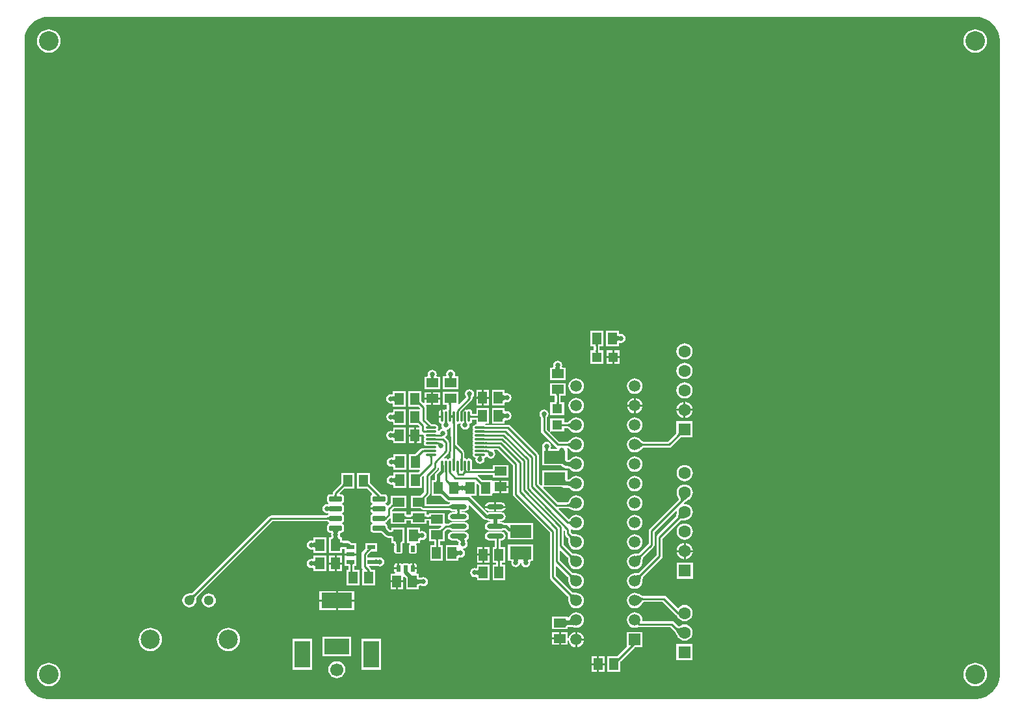
<source format=gtl>
G04*
G04 #@! TF.GenerationSoftware,Altium Limited,Altium Designer,18.1.9 (240)*
G04*
G04 Layer_Physical_Order=1*
G04 Layer_Color=255*
%FSLAX25Y25*%
%MOIN*%
G70*
G01*
G75*
%ADD15C,0.01000*%
%ADD16R,0.04500X0.06000*%
%ADD17O,0.05512X0.01181*%
%ADD18O,0.01181X0.05512*%
%ADD19O,0.08661X0.02362*%
%ADD20R,0.06000X0.04500*%
%ADD21R,0.05118X0.04724*%
%ADD22R,0.11000X0.06500*%
%ADD23R,0.04724X0.05118*%
%ADD24R,0.03937X0.02362*%
G04:AMPARAMS|DCode=25|XSize=25.59mil|YSize=64.96mil|CornerRadius=1.92mil|HoleSize=0mil|Usage=FLASHONLY|Rotation=90.000|XOffset=0mil|YOffset=0mil|HoleType=Round|Shape=RoundedRectangle|*
%AMROUNDEDRECTD25*
21,1,0.02559,0.06112,0,0,90.0*
21,1,0.02175,0.06496,0,0,90.0*
1,1,0.00384,0.03056,0.01088*
1,1,0.00384,0.03056,-0.01088*
1,1,0.00384,-0.03056,-0.01088*
1,1,0.00384,-0.03056,0.01088*
%
%ADD25ROUNDEDRECTD25*%
G04:AMPARAMS|DCode=26|XSize=21.65mil|YSize=31.5mil|CornerRadius=1.95mil|HoleSize=0mil|Usage=FLASHONLY|Rotation=180.000|XOffset=0mil|YOffset=0mil|HoleType=Round|Shape=RoundedRectangle|*
%AMROUNDEDRECTD26*
21,1,0.02165,0.02760,0,0,180.0*
21,1,0.01776,0.03150,0,0,180.0*
1,1,0.00390,-0.00888,0.01380*
1,1,0.00390,0.00888,0.01380*
1,1,0.00390,0.00888,-0.01380*
1,1,0.00390,-0.00888,-0.01380*
%
%ADD26ROUNDEDRECTD26*%
%ADD49C,0.02000*%
%ADD50C,0.01500*%
%ADD51C,0.05118*%
%ADD52C,0.09843*%
%ADD53C,0.05906*%
%ADD54R,0.05906X0.05906*%
%ADD55R,0.15748X0.07874*%
%ADD56R,0.12992X0.07874*%
%ADD57R,0.07874X0.13780*%
%ADD58C,0.06693*%
%ADD59C,0.06299*%
%ADD60R,0.06299X0.06299*%
%ADD61C,0.10000*%
%ADD62C,0.02600*%
G36*
X761994Y639636D02*
X763577Y639212D01*
X765091Y638585D01*
X766509Y637766D01*
X767809Y636768D01*
X768968Y635610D01*
X769966Y634310D01*
X770785Y632891D01*
X771412Y631377D01*
X771836Y629794D01*
X772050Y628170D01*
Y627350D01*
Y302350D01*
Y301531D01*
X771836Y299906D01*
X771412Y298324D01*
X770785Y296810D01*
X769966Y295391D01*
X768968Y294091D01*
X767809Y292932D01*
X766509Y291935D01*
X765091Y291115D01*
X763577Y290488D01*
X761994Y290064D01*
X760369Y289850D01*
X283731D01*
X282106Y290064D01*
X280523Y290488D01*
X279010Y291115D01*
X277590Y291935D01*
X276290Y292932D01*
X275132Y294091D01*
X274134Y295391D01*
X273315Y296810D01*
X272688Y298324D01*
X272264Y299906D01*
X272050Y301531D01*
Y302350D01*
Y627350D01*
Y628170D01*
X272264Y629794D01*
X272688Y631377D01*
X273315Y632891D01*
X274134Y634310D01*
X275132Y635610D01*
X276290Y636768D01*
X277590Y637766D01*
X279010Y638585D01*
X280523Y639212D01*
X282106Y639636D01*
X283731Y639850D01*
X760369D01*
X761994Y639636D01*
D02*
G37*
%LPC*%
G36*
X759550Y633379D02*
X758374Y633264D01*
X757243Y632921D01*
X756201Y632363D01*
X755287Y631614D01*
X754537Y630700D01*
X753980Y629658D01*
X753637Y628527D01*
X753521Y627350D01*
X753637Y626174D01*
X753980Y625043D01*
X754537Y624001D01*
X755287Y623087D01*
X756201Y622337D01*
X757243Y621780D01*
X758374Y621437D01*
X759550Y621321D01*
X760726Y621437D01*
X761857Y621780D01*
X762899Y622337D01*
X763813Y623087D01*
X764563Y624001D01*
X765120Y625043D01*
X765463Y626174D01*
X765579Y627350D01*
X765463Y628527D01*
X765120Y629658D01*
X764563Y630700D01*
X763813Y631614D01*
X762899Y632363D01*
X761857Y632921D01*
X760726Y633264D01*
X759550Y633379D01*
D02*
G37*
G36*
X284550D02*
X283374Y633264D01*
X282243Y632921D01*
X281201Y632363D01*
X280287Y631614D01*
X279537Y630700D01*
X278980Y629658D01*
X278637Y628527D01*
X278521Y627350D01*
X278637Y626174D01*
X278980Y625043D01*
X279537Y624001D01*
X280287Y623087D01*
X281201Y622337D01*
X282243Y621780D01*
X283374Y621437D01*
X284550Y621321D01*
X285726Y621437D01*
X286857Y621780D01*
X287899Y622337D01*
X288813Y623087D01*
X289563Y624001D01*
X290120Y625043D01*
X290463Y626174D01*
X290579Y627350D01*
X290463Y628527D01*
X290120Y629658D01*
X289563Y630700D01*
X288813Y631614D01*
X287899Y632363D01*
X286857Y632921D01*
X285726Y633264D01*
X284550Y633379D01*
D02*
G37*
G36*
X576750Y478900D02*
X570250D01*
Y470900D01*
X576750D01*
Y472313D01*
X576784Y472370D01*
X577250Y472684D01*
X577900Y472555D01*
X578797Y472733D01*
X579558Y473242D01*
X580067Y474003D01*
X580245Y474900D01*
X580067Y475797D01*
X579558Y476558D01*
X578797Y477067D01*
X577900Y477245D01*
X577250Y477116D01*
X576784Y477430D01*
X576750Y477487D01*
Y478900D01*
D02*
G37*
G36*
X577296Y468759D02*
X574434D01*
Y465700D01*
X577296D01*
Y468759D01*
D02*
G37*
G36*
X573434D02*
X570572D01*
Y465700D01*
X573434D01*
Y468759D01*
D02*
G37*
G36*
X610500Y472385D02*
X609417Y472243D01*
X608407Y471825D01*
X607541Y471160D01*
X606875Y470293D01*
X606457Y469283D01*
X606315Y468200D01*
X606457Y467117D01*
X606875Y466107D01*
X607541Y465240D01*
X608407Y464575D01*
X609417Y464157D01*
X610500Y464015D01*
X611583Y464157D01*
X612593Y464575D01*
X613459Y465240D01*
X614125Y466107D01*
X614543Y467117D01*
X614685Y468200D01*
X614543Y469283D01*
X614125Y470293D01*
X613459Y471160D01*
X612593Y471825D01*
X611583Y472243D01*
X610500Y472385D01*
D02*
G37*
G36*
X577296Y464700D02*
X574434D01*
Y461641D01*
X577296D01*
Y464700D01*
D02*
G37*
G36*
X573434D02*
X570572D01*
Y461641D01*
X573434D01*
Y464700D01*
D02*
G37*
G36*
X568750Y478900D02*
X562250D01*
Y470900D01*
X563971D01*
Y468759D01*
X562304D01*
Y461641D01*
X569028D01*
Y468759D01*
X567029D01*
Y470900D01*
X568750D01*
Y478900D01*
D02*
G37*
G36*
X610500Y462385D02*
X609417Y462243D01*
X608407Y461825D01*
X607541Y461160D01*
X606875Y460293D01*
X606457Y459283D01*
X606315Y458200D01*
X606457Y457117D01*
X606875Y456107D01*
X607541Y455240D01*
X608407Y454575D01*
X609417Y454157D01*
X610500Y454015D01*
X611583Y454157D01*
X612593Y454575D01*
X613459Y455240D01*
X614125Y456107D01*
X614543Y457117D01*
X614685Y458200D01*
X614543Y459283D01*
X614125Y460293D01*
X613459Y461160D01*
X612593Y461825D01*
X611583Y462243D01*
X610500Y462385D01*
D02*
G37*
G36*
X545400Y463394D02*
X544503Y463215D01*
X543742Y462707D01*
X543233Y461946D01*
X543055Y461049D01*
X543184Y460399D01*
X542870Y459933D01*
X542813Y459899D01*
X541400D01*
Y453399D01*
X549400D01*
Y459899D01*
X547987D01*
X547930Y459933D01*
X547616Y460399D01*
X547745Y461049D01*
X547567Y461946D01*
X547058Y462707D01*
X546297Y463215D01*
X545400Y463394D01*
D02*
G37*
G36*
X490600Y458845D02*
X489703Y458667D01*
X488942Y458158D01*
X488433Y457397D01*
X488255Y456500D01*
X488384Y455850D01*
X488047Y455350D01*
X486600D01*
Y448850D01*
X494600D01*
Y455350D01*
X493153D01*
X492816Y455850D01*
X492945Y456500D01*
X492767Y457397D01*
X492258Y458158D01*
X491497Y458667D01*
X490600Y458845D01*
D02*
G37*
G36*
X481100Y458745D02*
X480203Y458567D01*
X479442Y458058D01*
X478933Y457297D01*
X478755Y456400D01*
X478884Y455750D01*
X478547Y455250D01*
X477100D01*
Y448750D01*
X485100D01*
Y455250D01*
X483653D01*
X483316Y455750D01*
X483445Y456400D01*
X483267Y457297D01*
X482758Y458058D01*
X481997Y458567D01*
X481100Y458745D01*
D02*
G37*
G36*
X585000Y454287D02*
X583968Y454151D01*
X583007Y453753D01*
X582181Y453119D01*
X581547Y452293D01*
X581149Y451332D01*
X581013Y450300D01*
X581149Y449268D01*
X581547Y448307D01*
X582181Y447481D01*
X583007Y446847D01*
X583968Y446449D01*
X585000Y446313D01*
X586032Y446449D01*
X586993Y446847D01*
X587819Y447481D01*
X588453Y448307D01*
X588851Y449268D01*
X588987Y450300D01*
X588851Y451332D01*
X588453Y452293D01*
X587819Y453119D01*
X586993Y453753D01*
X586032Y454151D01*
X585000Y454287D01*
D02*
G37*
G36*
X555000D02*
X553968Y454151D01*
X553007Y453753D01*
X552181Y453119D01*
X551547Y452293D01*
X551149Y451332D01*
X551013Y450300D01*
X551149Y449268D01*
X551547Y448307D01*
X552181Y447481D01*
X553007Y446847D01*
X553968Y446449D01*
X555000Y446313D01*
X556032Y446449D01*
X556993Y446847D01*
X557819Y447481D01*
X558453Y448307D01*
X558851Y449268D01*
X558987Y450300D01*
X558851Y451332D01*
X558453Y452293D01*
X557819Y453119D01*
X556993Y453753D01*
X556032Y454151D01*
X555000Y454287D01*
D02*
G37*
G36*
X467450Y447900D02*
X460950D01*
Y446487D01*
X460916Y446430D01*
X460450Y446116D01*
X459800Y446245D01*
X458903Y446067D01*
X458142Y445558D01*
X457633Y444797D01*
X457455Y443900D01*
X457633Y443003D01*
X458142Y442242D01*
X458903Y441733D01*
X459800Y441555D01*
X460450Y441684D01*
X460916Y441370D01*
X460950Y441313D01*
Y439900D01*
X467450D01*
Y447900D01*
D02*
G37*
G36*
X510250Y448400D02*
X507500D01*
Y444900D01*
X510250D01*
Y448400D01*
D02*
G37*
G36*
X506500D02*
X503750D01*
Y444900D01*
X503762D01*
D01*
X503954Y444905D01*
X504126Y444920D01*
X504278Y444945D01*
X504410Y444980D01*
X504521Y445025D01*
X504612Y445080D01*
X504683Y445145D01*
X504734Y445220D01*
X504764Y445305D01*
X504774Y445400D01*
Y444900D01*
X506500D01*
Y448400D01*
D02*
G37*
G36*
X485100Y447250D02*
X481600D01*
Y444500D01*
X485100D01*
Y447250D01*
D02*
G37*
G36*
X480600D02*
X477100D01*
Y444500D01*
X480600D01*
Y447250D01*
D02*
G37*
G36*
X610500Y452385D02*
X609417Y452243D01*
X608407Y451825D01*
X607541Y451159D01*
X606875Y450293D01*
X606457Y449283D01*
X606315Y448200D01*
X606457Y447117D01*
X606875Y446107D01*
X607541Y445240D01*
X608407Y444575D01*
X609417Y444157D01*
X610500Y444015D01*
X611583Y444157D01*
X612593Y444575D01*
X613459Y445240D01*
X614125Y446107D01*
X614543Y447117D01*
X614685Y448200D01*
X614543Y449283D01*
X614125Y450293D01*
X613459Y451159D01*
X612593Y451825D01*
X611583Y452243D01*
X610500Y452385D01*
D02*
G37*
G36*
X506500Y443900D02*
X504774D01*
Y443400D01*
X504764Y443495D01*
X504734Y443580D01*
X504683Y443655D01*
X504612Y443720D01*
X504521Y443775D01*
X504410Y443820D01*
X504278Y443855D01*
X504126Y443880D01*
X503954Y443895D01*
X503762Y443900D01*
X503750D01*
Y440400D01*
X506500D01*
Y443900D01*
D02*
G37*
G36*
X518250Y448400D02*
X511750D01*
Y440400D01*
X518250D01*
Y441813D01*
X518284Y441870D01*
X518750Y442184D01*
X519400Y442055D01*
X520297Y442233D01*
X521058Y442742D01*
X521567Y443503D01*
X521745Y444400D01*
X521567Y445297D01*
X521058Y446058D01*
X520297Y446567D01*
X519400Y446745D01*
X518750Y446616D01*
X518284Y446930D01*
X518250Y446987D01*
Y448400D01*
D02*
G37*
G36*
X500258Y448745D02*
X499361Y448567D01*
X498600Y448058D01*
X498092Y447297D01*
X497913Y446400D01*
X498092Y445503D01*
X498600Y444742D01*
X498373Y444303D01*
X495100Y441031D01*
X494600Y441238D01*
Y447350D01*
X486600D01*
Y440850D01*
X488618D01*
Y438792D01*
X488231Y438475D01*
X488179Y438485D01*
X487558Y438362D01*
X487194Y438119D01*
X486831Y438362D01*
X486710Y438386D01*
Y437529D01*
X486680Y437484D01*
X486557Y436864D01*
Y434698D01*
X486210D01*
Y434198D01*
X484588D01*
Y432533D01*
X484712Y431912D01*
X485064Y431386D01*
X485590Y431035D01*
X485965Y430960D01*
X485834Y430298D01*
X486012Y429401D01*
X486297Y428975D01*
X486067Y428419D01*
X485803Y428367D01*
X485042Y427858D01*
X484726Y427386D01*
X484195Y427491D01*
X484165Y427642D01*
X483922Y428006D01*
X484165Y428369D01*
X484289Y428990D01*
X484165Y429610D01*
X483814Y430136D01*
X483288Y430488D01*
X482667Y430612D01*
X480928D01*
X480881Y430681D01*
X478229Y433333D01*
Y439400D01*
X478113Y439985D01*
X477936Y440250D01*
X478203Y440750D01*
X480600D01*
Y443500D01*
X477100D01*
Y441816D01*
X476638Y441625D01*
X475723Y442540D01*
X475688Y442582D01*
X475621Y442671D01*
X475568Y442752D01*
X475528Y442825D01*
X475499Y442889D01*
X475479Y442945D01*
X475467Y442993D01*
X475461Y443036D01*
X475456Y443127D01*
X475450Y443152D01*
Y447900D01*
X468950D01*
Y439900D01*
X474026D01*
X474207Y439730D01*
X474937Y439000D01*
X474730Y438500D01*
X469050D01*
Y430500D01*
X473677D01*
X473898Y430311D01*
X474661Y429547D01*
X474584Y429047D01*
X472800D01*
Y425547D01*
X475689D01*
X476050Y425740D01*
X476130Y425687D01*
X476323Y425649D01*
X476724Y425101D01*
X476715Y425053D01*
X476838Y424432D01*
X477081Y424068D01*
X476838Y423705D01*
X476715Y423084D01*
X476838Y422464D01*
X477081Y422100D01*
X476838Y421736D01*
X476715Y421116D01*
X476838Y420495D01*
X477081Y420131D01*
X476838Y419768D01*
X476715Y419147D01*
X476725Y419095D01*
X476512Y418836D01*
X476295Y418692D01*
X475794Y418592D01*
X475297Y418260D01*
X472988Y415951D01*
X472696Y415700D01*
X472563Y415601D01*
X472437Y415519D01*
X472331Y415460D01*
X472250Y415423D01*
X472195Y415404D01*
X472176Y415400D01*
X469350D01*
Y407400D01*
X474684D01*
X474875Y406938D01*
X474263Y406326D01*
X474083Y406157D01*
X474013Y406100D01*
X469250D01*
Y398100D01*
X475750D01*
Y403431D01*
X475792Y403492D01*
X475983Y403720D01*
X476517Y404254D01*
X477017Y404047D01*
Y395980D01*
X475187Y394150D01*
X470100D01*
Y387650D01*
X475187D01*
X475519Y387319D01*
X476015Y386987D01*
X476600Y386871D01*
X489670D01*
X489777Y386864D01*
X489807Y386861D01*
X489829Y386827D01*
X490551Y386345D01*
X491402Y386176D01*
X493022D01*
Y385624D01*
X491402D01*
X490551Y385455D01*
X489829Y384973D01*
X489347Y384251D01*
X489178Y383400D01*
X489347Y382549D01*
X489829Y381827D01*
X490551Y381345D01*
X491402Y381176D01*
X497701D01*
X498552Y381345D01*
X499273Y381827D01*
X499755Y382549D01*
X499925Y383400D01*
X499755Y384251D01*
X499273Y384973D01*
X498552Y385455D01*
X497701Y385624D01*
X496081D01*
Y386176D01*
X497701D01*
X498552Y386345D01*
X499273Y386827D01*
X499755Y387549D01*
X499925Y388400D01*
X499860Y388724D01*
X500258Y389286D01*
X500365Y389301D01*
X507528Y382138D01*
X507528Y382138D01*
X508107Y381751D01*
X508790Y381616D01*
X508790Y381616D01*
X509044D01*
X509448Y381345D01*
X510299Y381176D01*
X510960D01*
X511120Y380900D01*
X510960Y380624D01*
X510299D01*
X509448Y380455D01*
X508727Y379973D01*
X508245Y379251D01*
X508075Y378400D01*
X508245Y377549D01*
X508727Y376828D01*
X509448Y376345D01*
X510299Y376176D01*
X516598D01*
X517449Y376345D01*
X517672Y376494D01*
X517736Y376519D01*
X517753Y376530D01*
X517777Y376538D01*
X517848Y376555D01*
X517925Y376570D01*
X518187Y376590D01*
X519138Y375638D01*
X519717Y375252D01*
X519900Y375215D01*
Y371650D01*
X532900D01*
Y380150D01*
X519900D01*
X519900Y380150D01*
X519400Y380085D01*
X518900Y380184D01*
X518407D01*
X518257Y380191D01*
X517943Y380227D01*
X517848Y380244D01*
X517777Y380262D01*
X517753Y380271D01*
X517736Y380281D01*
X517672Y380306D01*
X517449Y380455D01*
X516598Y380624D01*
X515938D01*
X515778Y380900D01*
X515938Y381176D01*
X516598D01*
X517449Y381345D01*
X518171Y381827D01*
X518653Y382549D01*
X518822Y383400D01*
X518653Y384251D01*
X518171Y384973D01*
X517449Y385455D01*
X516598Y385624D01*
X510299D01*
X509448Y385455D01*
X509335Y385379D01*
X501113Y393600D01*
X501320Y394100D01*
X503850D01*
Y400034D01*
X504312Y400225D01*
X505078Y399460D01*
X505113Y399418D01*
X505179Y399329D01*
X505232Y399248D01*
X505272Y399175D01*
X505301Y399111D01*
X505321Y399055D01*
X505333Y399007D01*
X505339Y398964D01*
X505344Y398873D01*
X505350Y398848D01*
Y394100D01*
X511850D01*
Y394995D01*
X512200Y395350D01*
X512350Y395350D01*
X515700D01*
Y398600D01*
Y401850D01*
X512246Y401850D01*
X511850Y402100D01*
X511803Y402100D01*
X506774D01*
X506593Y402270D01*
X504681Y404181D01*
X504476Y404319D01*
X504628Y404819D01*
X512200D01*
Y403350D01*
X520200D01*
Y409850D01*
X512200D01*
Y407878D01*
X501612D01*
Y411667D01*
X501488Y412288D01*
X501136Y412814D01*
X500610Y413165D01*
X499990Y413289D01*
X499369Y413165D01*
X499006Y412922D01*
X498642Y413165D01*
X498021Y413289D01*
X497969Y413278D01*
X497582Y413595D01*
Y415947D01*
X497530Y416212D01*
X497487Y416478D01*
X497472Y416503D01*
X497466Y416533D01*
X497316Y416757D01*
X497175Y416987D01*
X494071Y420336D01*
X494027Y420394D01*
X493966Y420490D01*
X493914Y420586D01*
X493870Y420685D01*
X493835Y420786D01*
X493807Y420892D01*
X493786Y421004D01*
X493778Y421076D01*
X493723Y430473D01*
X494030Y430846D01*
X494178Y430930D01*
X494705Y431035D01*
X495069Y431278D01*
X495432Y431035D01*
X495808Y430960D01*
X495676Y430298D01*
X495855Y429401D01*
X496363Y428640D01*
X497124Y428132D01*
X498021Y427953D01*
X498919Y428132D01*
X499679Y428640D01*
X500188Y429401D01*
X500366Y430298D01*
X500235Y430960D01*
X500610Y431035D01*
X501136Y431386D01*
X501488Y431912D01*
X501612Y432533D01*
Y433169D01*
X503750D01*
Y431111D01*
X503750Y431100D01*
X503722Y430612D01*
X503533D01*
X502912Y430488D01*
X502386Y430136D01*
X502035Y429610D01*
X501911Y428990D01*
X502035Y428369D01*
X502278Y428006D01*
X502035Y427642D01*
X501911Y427021D01*
X502035Y426401D01*
X502278Y426037D01*
X502035Y425673D01*
X501911Y425053D01*
X502035Y424432D01*
X502278Y424068D01*
X502035Y423705D01*
X501911Y423084D01*
X502035Y422464D01*
X502278Y422100D01*
X502035Y421736D01*
X501911Y421116D01*
X502035Y420495D01*
X502278Y420131D01*
X502035Y419768D01*
X501911Y419147D01*
X502035Y418527D01*
X502278Y418163D01*
X502035Y417799D01*
X501911Y417179D01*
X502035Y416558D01*
X502278Y416194D01*
X502035Y415831D01*
X501911Y415210D01*
X502035Y414590D01*
X502386Y414064D01*
X502912Y413712D01*
X503515Y413592D01*
X503353Y412779D01*
X503532Y411881D01*
X504040Y411121D01*
X504801Y410612D01*
X505698Y410434D01*
X506596Y410612D01*
X507357Y411121D01*
X507865Y411881D01*
X508043Y412779D01*
X507882Y413592D01*
X508484Y413712D01*
X508860Y413963D01*
X509480Y413935D01*
X509542Y413842D01*
X510303Y413333D01*
X511200Y413155D01*
X512097Y413333D01*
X512858Y413842D01*
X513367Y414603D01*
X513545Y415500D01*
X513367Y416397D01*
X512885Y417118D01*
X513002Y417618D01*
X514619D01*
X522497Y409740D01*
Y394874D01*
X522613Y394289D01*
X522945Y393793D01*
X541471Y375267D01*
Y352300D01*
X541587Y351715D01*
X541919Y351219D01*
X550663Y342474D01*
X550712Y342399D01*
X550772Y342278D01*
X550833Y342117D01*
X550889Y341916D01*
X550939Y341675D01*
X550978Y341407D01*
X551025Y340715D01*
X551027Y340407D01*
X551013Y340300D01*
X551149Y339268D01*
X551547Y338307D01*
X552181Y337481D01*
X553007Y336847D01*
X553968Y336449D01*
X555000Y336313D01*
X556032Y336449D01*
X556993Y336847D01*
X557819Y337481D01*
X558453Y338307D01*
X558851Y339268D01*
X558987Y340300D01*
X558851Y341332D01*
X558453Y342293D01*
X557819Y343119D01*
X556993Y343753D01*
X556032Y344151D01*
X555000Y344287D01*
X554893Y344273D01*
X554585Y344275D01*
X553893Y344322D01*
X553625Y344361D01*
X553384Y344410D01*
X553183Y344467D01*
X553022Y344528D01*
X552901Y344588D01*
X552826Y344637D01*
X544529Y352934D01*
Y357954D01*
X544991Y358146D01*
X550663Y352474D01*
X550712Y352399D01*
X550772Y352278D01*
X550833Y352117D01*
X550889Y351916D01*
X550939Y351675D01*
X550978Y351407D01*
X551025Y350715D01*
X551027Y350407D01*
X551013Y350300D01*
X551149Y349268D01*
X551547Y348307D01*
X552181Y347481D01*
X553007Y346847D01*
X553968Y346449D01*
X555000Y346313D01*
X556032Y346449D01*
X556993Y346847D01*
X557819Y347481D01*
X558453Y348307D01*
X558851Y349268D01*
X558987Y350300D01*
X558851Y351332D01*
X558453Y352293D01*
X557819Y353119D01*
X556993Y353753D01*
X556032Y354151D01*
X555000Y354287D01*
X554893Y354273D01*
X554585Y354275D01*
X553893Y354322D01*
X553625Y354361D01*
X553384Y354411D01*
X553183Y354468D01*
X553022Y354528D01*
X552901Y354588D01*
X552826Y354637D01*
X546529Y360933D01*
Y365954D01*
X546991Y366146D01*
X550663Y362474D01*
X550712Y362399D01*
X550772Y362278D01*
X550833Y362117D01*
X550889Y361916D01*
X550939Y361675D01*
X550978Y361407D01*
X551025Y360715D01*
X551027Y360407D01*
X551013Y360300D01*
X551149Y359268D01*
X551547Y358307D01*
X552181Y357481D01*
X553007Y356847D01*
X553968Y356449D01*
X555000Y356313D01*
X556032Y356449D01*
X556993Y356847D01*
X557819Y357481D01*
X558453Y358307D01*
X558851Y359268D01*
X558987Y360300D01*
X558851Y361332D01*
X558453Y362293D01*
X557819Y363119D01*
X556993Y363753D01*
X556032Y364151D01*
X555000Y364287D01*
X554893Y364273D01*
X554585Y364275D01*
X553893Y364322D01*
X553625Y364361D01*
X553384Y364410D01*
X553183Y364468D01*
X553022Y364528D01*
X552901Y364588D01*
X552826Y364637D01*
X548413Y369050D01*
Y376231D01*
X548888Y376438D01*
X549171Y376211D01*
Y374600D01*
X549287Y374015D01*
X549619Y373519D01*
X550663Y372474D01*
X550712Y372399D01*
X550772Y372278D01*
X550833Y372117D01*
X550889Y371916D01*
X550939Y371675D01*
X550978Y371407D01*
X551025Y370715D01*
X551027Y370407D01*
X551013Y370300D01*
X551149Y369268D01*
X551547Y368307D01*
X552181Y367481D01*
X553007Y366847D01*
X553968Y366449D01*
X555000Y366313D01*
X556032Y366449D01*
X556993Y366847D01*
X557819Y367481D01*
X558453Y368307D01*
X558851Y369268D01*
X558987Y370300D01*
X558851Y371332D01*
X558453Y372293D01*
X557819Y373119D01*
X556993Y373753D01*
X556032Y374151D01*
X555000Y374287D01*
X554893Y374273D01*
X554585Y374275D01*
X553893Y374322D01*
X553625Y374361D01*
X553384Y374411D01*
X553183Y374467D01*
X553022Y374528D01*
X552901Y374588D01*
X552826Y374637D01*
X552229Y375234D01*
Y376813D01*
X552437Y376979D01*
X552703Y377080D01*
X553007Y376847D01*
X553968Y376449D01*
X555000Y376313D01*
X556032Y376449D01*
X556993Y376847D01*
X557819Y377481D01*
X558453Y378307D01*
X558851Y379268D01*
X558987Y380300D01*
X558851Y381332D01*
X558453Y382293D01*
X557819Y383119D01*
X556993Y383753D01*
X556032Y384151D01*
X555000Y384287D01*
X553968Y384151D01*
X553007Y383753D01*
X552181Y383119D01*
X551871Y382716D01*
X551852Y382703D01*
X551811Y382641D01*
X551755Y382591D01*
X551610Y382396D01*
X551488Y382254D01*
X551369Y382138D01*
X551256Y382044D01*
X551147Y381971D01*
X551115Y381954D01*
X545860Y387209D01*
X546051Y387671D01*
X550770D01*
X552949Y386860D01*
X553407Y386661D01*
X553410Y386660D01*
X553413Y386659D01*
X553513Y386638D01*
X553968Y386449D01*
X555000Y386313D01*
X556032Y386449D01*
X556993Y386847D01*
X557819Y387481D01*
X558453Y388307D01*
X558851Y389268D01*
X558987Y390300D01*
X558851Y391332D01*
X558453Y392293D01*
X557819Y393119D01*
X556993Y393753D01*
X556032Y394151D01*
X555000Y394287D01*
X553968Y394151D01*
X553007Y393753D01*
X552181Y393119D01*
X551547Y392293D01*
X551393Y391921D01*
X551344Y391853D01*
X551210Y391556D01*
X551088Y391329D01*
X550968Y391145D01*
X550854Y391001D01*
X550749Y390896D01*
X550657Y390823D01*
X550575Y390776D01*
X550501Y390746D01*
X550428Y390729D01*
X545534D01*
X538075Y398188D01*
X538266Y398650D01*
X547619D01*
X547970Y398416D01*
X548750Y398261D01*
X550740D01*
X550832Y398250D01*
X551010Y398214D01*
X551182Y398163D01*
X551349Y398098D01*
X551514Y398018D01*
X551677Y397921D01*
X551839Y397807D01*
X552001Y397673D01*
X552121Y397558D01*
X552181Y397481D01*
X553007Y396847D01*
X553968Y396449D01*
X555000Y396313D01*
X556032Y396449D01*
X556993Y396847D01*
X557819Y397481D01*
X558453Y398307D01*
X558851Y399268D01*
X558987Y400300D01*
X558851Y401332D01*
X558453Y402293D01*
X557819Y403119D01*
X556993Y403753D01*
X556032Y404151D01*
X555000Y404287D01*
X553968Y404151D01*
X553007Y403753D01*
X552181Y403119D01*
X552121Y403042D01*
X552001Y402927D01*
X551839Y402794D01*
X551677Y402679D01*
X551514Y402582D01*
X551349Y402502D01*
X551182Y402437D01*
X551010Y402387D01*
X550866Y402357D01*
X550400Y402549D01*
Y407150D01*
X537400D01*
Y399516D01*
X536938Y399325D01*
X535729Y400533D01*
Y414836D01*
X535613Y415421D01*
X535281Y415917D01*
X521127Y430071D01*
X520631Y430403D01*
X520046Y430519D01*
X508481D01*
X508404Y430523D01*
X508301Y430600D01*
X508466Y431100D01*
X510250D01*
Y439100D01*
X503750D01*
Y436228D01*
X501612D01*
Y436864D01*
X501488Y437484D01*
X501136Y438011D01*
X500610Y438362D01*
X499990Y438485D01*
X499369Y438362D01*
X499006Y438119D01*
X498642Y438362D01*
X498021Y438485D01*
X497480Y438378D01*
X497294Y438575D01*
X497186Y438790D01*
X501281Y442886D01*
X501613Y443382D01*
X501729Y443968D01*
Y444516D01*
X501734Y444542D01*
X501742Y444571D01*
X501750Y444594D01*
X501758Y444611D01*
X501767Y444626D01*
X501777Y444640D01*
X501790Y444655D01*
X501796Y444662D01*
X501916Y444742D01*
X502425Y445503D01*
X502603Y446400D01*
X502425Y447297D01*
X501916Y448058D01*
X501156Y448567D01*
X500258Y448745D01*
D02*
G37*
G36*
X585500Y444221D02*
Y440800D01*
X588921D01*
X588851Y441332D01*
X588453Y442293D01*
X587819Y443119D01*
X586993Y443753D01*
X586032Y444151D01*
X585500Y444221D01*
D02*
G37*
G36*
X584500D02*
X583968Y444151D01*
X583007Y443753D01*
X582181Y443119D01*
X581547Y442293D01*
X581149Y441332D01*
X581079Y440800D01*
X584500D01*
Y444221D01*
D02*
G37*
G36*
X485100Y443500D02*
X481600D01*
Y440750D01*
X485100D01*
Y443500D01*
D02*
G37*
G36*
X510250Y443900D02*
X507500D01*
Y440400D01*
X510250D01*
Y443900D01*
D02*
G37*
G36*
X611000Y442320D02*
Y438700D01*
X614620D01*
X614543Y439283D01*
X614125Y440293D01*
X613459Y441159D01*
X612593Y441825D01*
X611583Y442243D01*
X611000Y442320D01*
D02*
G37*
G36*
X610000D02*
X609417Y442243D01*
X608407Y441825D01*
X607541Y441159D01*
X606875Y440293D01*
X606457Y439283D01*
X606380Y438700D01*
X610000D01*
Y442320D01*
D02*
G37*
G36*
X467550Y438500D02*
X461050D01*
Y437087D01*
X461016Y437030D01*
X460550Y436716D01*
X459900Y436845D01*
X459003Y436667D01*
X458242Y436158D01*
X457733Y435397D01*
X457555Y434500D01*
X457733Y433603D01*
X458242Y432842D01*
X459003Y432333D01*
X459900Y432155D01*
X460550Y432284D01*
X461016Y431970D01*
X461050Y431913D01*
Y430500D01*
X467550D01*
Y438500D01*
D02*
G37*
G36*
X588921Y439800D02*
X585500D01*
Y436379D01*
X586032Y436449D01*
X586993Y436847D01*
X587819Y437481D01*
X588453Y438307D01*
X588851Y439268D01*
X588921Y439800D01*
D02*
G37*
G36*
X584500D02*
X581079D01*
X581149Y439268D01*
X581547Y438307D01*
X582181Y437481D01*
X583007Y436847D01*
X583968Y436449D01*
X584500Y436379D01*
Y439800D01*
D02*
G37*
G36*
X555000Y444287D02*
X553968Y444151D01*
X553007Y443753D01*
X552181Y443119D01*
X551547Y442293D01*
X551149Y441332D01*
X551013Y440300D01*
X551149Y439268D01*
X551547Y438307D01*
X552181Y437481D01*
X553007Y436847D01*
X553968Y436449D01*
X555000Y436313D01*
X556032Y436449D01*
X556993Y436847D01*
X557819Y437481D01*
X558453Y438307D01*
X558851Y439268D01*
X558987Y440300D01*
X558851Y441332D01*
X558453Y442293D01*
X557819Y443119D01*
X556993Y443753D01*
X556032Y444151D01*
X555000Y444287D01*
D02*
G37*
G36*
X549400Y451899D02*
X541400D01*
Y445399D01*
X543871D01*
Y441996D01*
X541641D01*
Y435272D01*
X548759D01*
Y441996D01*
X546929D01*
Y445399D01*
X549400D01*
Y451899D01*
D02*
G37*
G36*
X485710Y438386D02*
X485590Y438362D01*
X485064Y438011D01*
X484712Y437484D01*
X484588Y436864D01*
Y435198D01*
X485710D01*
Y438386D01*
D02*
G37*
G36*
X614620Y437700D02*
X611000D01*
Y434080D01*
X611583Y434157D01*
X612593Y434575D01*
X613459Y435241D01*
X614125Y436107D01*
X614543Y437117D01*
X614620Y437700D01*
D02*
G37*
G36*
X610000D02*
X606380D01*
X606457Y437117D01*
X606875Y436107D01*
X607541Y435241D01*
X608407Y434575D01*
X609417Y434157D01*
X610000Y434080D01*
Y437700D01*
D02*
G37*
G36*
X518250Y439100D02*
X511750D01*
Y431100D01*
X518250D01*
Y432513D01*
X518284Y432570D01*
X518750Y432884D01*
X519400Y432755D01*
X520297Y432933D01*
X521058Y433442D01*
X521567Y434203D01*
X521745Y435100D01*
X521567Y435997D01*
X521058Y436758D01*
X520297Y437267D01*
X519400Y437445D01*
X518750Y437316D01*
X518284Y437630D01*
X518250Y437687D01*
Y439100D01*
D02*
G37*
G36*
X467550Y429047D02*
X461050D01*
Y427634D01*
X461016Y427577D01*
X460550Y427263D01*
X459900Y427392D01*
X459003Y427214D01*
X458242Y426705D01*
X457733Y425945D01*
X457555Y425047D01*
X457733Y424150D01*
X458242Y423389D01*
X459003Y422881D01*
X459900Y422702D01*
X460550Y422831D01*
X461016Y422517D01*
X461050Y422460D01*
Y421047D01*
X467550D01*
Y429047D01*
D02*
G37*
G36*
X585000Y434287D02*
X583968Y434151D01*
X583007Y433753D01*
X582181Y433119D01*
X581547Y432293D01*
X581149Y431332D01*
X581013Y430300D01*
X581149Y429268D01*
X581547Y428307D01*
X582181Y427481D01*
X583007Y426847D01*
X583968Y426449D01*
X585000Y426313D01*
X586032Y426449D01*
X586993Y426847D01*
X587819Y427481D01*
X588453Y428307D01*
X588851Y429268D01*
X588987Y430300D01*
X588851Y431332D01*
X588453Y432293D01*
X587819Y433119D01*
X586993Y433753D01*
X586032Y434151D01*
X585000Y434287D01*
D02*
G37*
G36*
X538400Y438345D02*
X537503Y438167D01*
X536742Y437658D01*
X536233Y436897D01*
X536055Y436000D01*
X536233Y435103D01*
X536742Y434342D01*
X536819Y434290D01*
X536825Y434281D01*
X536836Y434261D01*
X536847Y434237D01*
X536857Y434208D01*
X536865Y434174D01*
X536871Y434144D01*
Y427500D01*
X536987Y426915D01*
X537319Y426419D01*
X544519Y419219D01*
X545015Y418887D01*
X545130Y418388D01*
X544998Y418150D01*
X542195D01*
X541998Y418518D01*
X541976Y418650D01*
X542145Y419500D01*
X541967Y420397D01*
X541458Y421158D01*
X540697Y421667D01*
X539800Y421845D01*
X538903Y421667D01*
X538142Y421158D01*
X537633Y420397D01*
X537455Y419500D01*
X537624Y418650D01*
X537602Y418518D01*
X537405Y418150D01*
X537400D01*
Y409650D01*
X547266D01*
X548058Y408858D01*
X548720Y408416D01*
X549500Y408261D01*
X550740D01*
X550832Y408250D01*
X551010Y408214D01*
X551182Y408163D01*
X551349Y408098D01*
X551514Y408018D01*
X551677Y407921D01*
X551839Y407806D01*
X552001Y407673D01*
X552121Y407558D01*
X552181Y407481D01*
X553007Y406847D01*
X553968Y406449D01*
X555000Y406313D01*
X556032Y406449D01*
X556993Y406847D01*
X557819Y407481D01*
X558453Y408307D01*
X558851Y409268D01*
X558987Y410300D01*
X558851Y411332D01*
X558453Y412293D01*
X557819Y413119D01*
X556993Y413753D01*
X556032Y414151D01*
X555000Y414287D01*
X553968Y414151D01*
X553007Y413753D01*
X552181Y413119D01*
X552121Y413042D01*
X552001Y412927D01*
X551839Y412793D01*
X551677Y412679D01*
X551514Y412582D01*
X551349Y412502D01*
X551182Y412437D01*
X551010Y412387D01*
X550900Y412364D01*
X550731Y412427D01*
X550400Y412678D01*
Y418150D01*
X550297D01*
X550227Y418271D01*
X550322Y418550D01*
X550398Y418645D01*
X550535Y418735D01*
X550611Y418709D01*
X550768Y418638D01*
X550951Y418536D01*
X551157Y418401D01*
X551373Y418239D01*
X551896Y417783D01*
X552115Y417566D01*
X552181Y417481D01*
X553007Y416847D01*
X553968Y416449D01*
X555000Y416313D01*
X556032Y416449D01*
X556993Y416847D01*
X557819Y417481D01*
X558453Y418307D01*
X558851Y419268D01*
X558987Y420300D01*
X558851Y421332D01*
X558453Y422293D01*
X557819Y423119D01*
X556993Y423753D01*
X556032Y424151D01*
X555000Y424287D01*
X553968Y424151D01*
X553007Y423753D01*
X552181Y423119D01*
X552115Y423034D01*
X551895Y422817D01*
X551373Y422361D01*
X551157Y422199D01*
X550951Y422064D01*
X550768Y421962D01*
X550611Y421891D01*
X550484Y421848D01*
X550396Y421829D01*
X546234D01*
X541501Y426562D01*
X541766Y427004D01*
X542089Y427004D01*
X548759D01*
Y428771D01*
X550396D01*
X550484Y428752D01*
X550611Y428709D01*
X550768Y428638D01*
X550951Y428536D01*
X551157Y428401D01*
X551373Y428239D01*
X551896Y427783D01*
X552115Y427566D01*
X552181Y427481D01*
X553007Y426847D01*
X553968Y426449D01*
X555000Y426313D01*
X556032Y426449D01*
X556993Y426847D01*
X557819Y427481D01*
X558453Y428307D01*
X558851Y429268D01*
X558987Y430300D01*
X558851Y431332D01*
X558453Y432293D01*
X557819Y433119D01*
X556993Y433753D01*
X556032Y434151D01*
X555000Y434287D01*
X553968Y434151D01*
X553007Y433753D01*
X552181Y433119D01*
X552115Y433034D01*
X551895Y432817D01*
X551373Y432361D01*
X551157Y432199D01*
X550951Y432064D01*
X550768Y431962D01*
X550611Y431891D01*
X550484Y431848D01*
X550396Y431829D01*
X548759D01*
Y433728D01*
X541641D01*
Y427486D01*
X541641Y427129D01*
X541199Y426864D01*
X539929Y428133D01*
Y434144D01*
X539935Y434174D01*
X539943Y434208D01*
X539953Y434237D01*
X539964Y434261D01*
X539975Y434281D01*
X539981Y434290D01*
X540058Y434342D01*
X540567Y435103D01*
X540745Y436000D01*
X540567Y436897D01*
X540058Y437658D01*
X539297Y438167D01*
X538400Y438345D01*
D02*
G37*
G36*
X471800Y429047D02*
X469050D01*
Y425547D01*
X471800D01*
Y429047D01*
D02*
G37*
G36*
X614650Y432350D02*
X606350D01*
Y426515D01*
X606343Y426477D01*
X606350Y426439D01*
Y426252D01*
X606140Y426003D01*
X601966Y421829D01*
X589604D01*
X589516Y421848D01*
X589389Y421891D01*
X589232Y421962D01*
X589049Y422064D01*
X588843Y422199D01*
X588627Y422361D01*
X588104Y422817D01*
X587885Y423034D01*
X587819Y423119D01*
X586993Y423753D01*
X586032Y424151D01*
X585000Y424287D01*
X583968Y424151D01*
X583007Y423753D01*
X582181Y423119D01*
X581547Y422293D01*
X581149Y421332D01*
X581013Y420300D01*
X581149Y419268D01*
X581547Y418307D01*
X582181Y417481D01*
X583007Y416847D01*
X583968Y416449D01*
X585000Y416313D01*
X586032Y416449D01*
X586993Y416847D01*
X587819Y417481D01*
X587885Y417566D01*
X588105Y417783D01*
X588627Y418239D01*
X588843Y418401D01*
X589049Y418536D01*
X589232Y418638D01*
X589389Y418709D01*
X589516Y418752D01*
X589604Y418771D01*
X602600D01*
X603185Y418887D01*
X603681Y419219D01*
X608264Y423801D01*
X608425Y423950D01*
X608545Y424047D01*
X608550Y424050D01*
X608739D01*
X608777Y424043D01*
X608815Y424050D01*
X614650D01*
Y432350D01*
D02*
G37*
G36*
X475550Y424547D02*
X472800D01*
Y422071D01*
X473700D01*
X473605Y422061D01*
X473520Y422031D01*
X473445Y421980D01*
X473380Y421909D01*
X473325Y421818D01*
X473280Y421707D01*
X473245Y421575D01*
X473220Y421423D01*
X473205Y421251D01*
X473200Y421059D01*
X472800D01*
Y421047D01*
X475550D01*
Y424547D01*
D02*
G37*
G36*
X471800D02*
X469050D01*
Y421047D01*
X471800D01*
Y422059D01*
X471795Y422061D01*
X471700Y422071D01*
X471800D01*
Y424547D01*
D02*
G37*
G36*
X467850Y415400D02*
X461350D01*
Y413987D01*
X461316Y413930D01*
X460850Y413616D01*
X460200Y413745D01*
X459303Y413567D01*
X458542Y413058D01*
X458033Y412297D01*
X457855Y411400D01*
X458033Y410503D01*
X458542Y409742D01*
X459303Y409233D01*
X460200Y409055D01*
X460850Y409184D01*
X461316Y408870D01*
X461350Y408813D01*
Y407400D01*
X467850D01*
Y415400D01*
D02*
G37*
G36*
X585000Y414287D02*
X583968Y414151D01*
X583007Y413753D01*
X582181Y413119D01*
X581547Y412293D01*
X581149Y411332D01*
X581013Y410300D01*
X581149Y409268D01*
X581547Y408307D01*
X582181Y407481D01*
X583007Y406847D01*
X583968Y406449D01*
X585000Y406313D01*
X586032Y406449D01*
X586993Y406847D01*
X587819Y407481D01*
X588453Y408307D01*
X588851Y409268D01*
X588987Y410300D01*
X588851Y411332D01*
X588453Y412293D01*
X587819Y413119D01*
X586993Y413753D01*
X586032Y414151D01*
X585000Y414287D01*
D02*
G37*
G36*
X467750Y406100D02*
X461250D01*
Y404687D01*
X461216Y404630D01*
X460750Y404316D01*
X460100Y404445D01*
X459203Y404267D01*
X458442Y403758D01*
X457933Y402997D01*
X457755Y402100D01*
X457933Y401203D01*
X458442Y400442D01*
X459203Y399933D01*
X460100Y399755D01*
X460750Y399884D01*
X461216Y399570D01*
X461250Y399513D01*
Y398100D01*
X467750D01*
Y406100D01*
D02*
G37*
G36*
X610600Y409885D02*
X609517Y409743D01*
X608507Y409325D01*
X607641Y408660D01*
X606975Y407793D01*
X606557Y406783D01*
X606415Y405700D01*
X606557Y404617D01*
X606975Y403607D01*
X607641Y402740D01*
X608507Y402075D01*
X609517Y401657D01*
X610600Y401515D01*
X611683Y401657D01*
X612693Y402075D01*
X613559Y402740D01*
X614225Y403607D01*
X614643Y404617D01*
X614785Y405700D01*
X614643Y406783D01*
X614225Y407793D01*
X613559Y408660D01*
X612693Y409325D01*
X611683Y409743D01*
X610600Y409885D01*
D02*
G37*
G36*
X516700Y401850D02*
Y399100D01*
X520200D01*
Y401850D01*
X516700D01*
D02*
G37*
G36*
X585000Y404287D02*
X583968Y404151D01*
X583007Y403753D01*
X582181Y403119D01*
X581547Y402293D01*
X581149Y401332D01*
X581013Y400300D01*
X581149Y399268D01*
X581547Y398307D01*
X582181Y397481D01*
X583007Y396847D01*
X583968Y396449D01*
X585000Y396313D01*
X586032Y396449D01*
X586993Y396847D01*
X587819Y397481D01*
X588453Y398307D01*
X588851Y399268D01*
X588987Y400300D01*
X588851Y401332D01*
X588453Y402293D01*
X587819Y403119D01*
X586993Y403753D01*
X586032Y404151D01*
X585000Y404287D01*
D02*
G37*
G36*
X520200Y398100D02*
X516700D01*
Y395350D01*
X520200D01*
Y398100D01*
D02*
G37*
G36*
X441150Y405800D02*
X434650D01*
Y400938D01*
X434645Y400903D01*
X434632Y400856D01*
X434612Y400800D01*
X434582Y400735D01*
X434541Y400661D01*
X434486Y400578D01*
X434417Y400486D01*
X434382Y400445D01*
X430497Y396559D01*
X430165Y396063D01*
X430049Y395478D01*
Y394803D01*
X428522D01*
X428057Y394710D01*
X427663Y394447D01*
X427399Y394053D01*
X427307Y393588D01*
Y391412D01*
X427399Y390947D01*
X427663Y390553D01*
X427849Y390429D01*
X427898Y389862D01*
X427891Y389845D01*
X427736Y389734D01*
X427178Y389845D01*
X426281Y389667D01*
X425520Y389158D01*
X425011Y388397D01*
X424833Y387500D01*
X425011Y386603D01*
X425520Y385842D01*
X426281Y385333D01*
X427178Y385155D01*
X427736Y385266D01*
X427891Y385155D01*
X427898Y385138D01*
X427849Y384571D01*
X427663Y384447D01*
X427399Y384053D01*
X427394Y384029D01*
X398700D01*
X398115Y383913D01*
X397619Y383581D01*
X358323Y344286D01*
X358269Y344249D01*
X358173Y344199D01*
X358047Y344148D01*
X357888Y344100D01*
X357698Y344057D01*
X357490Y344024D01*
X356932Y343981D01*
X356681Y343979D01*
X356600Y343990D01*
X355671Y343867D01*
X354805Y343509D01*
X354062Y342938D01*
X353491Y342195D01*
X353133Y341329D01*
X353010Y340400D01*
X353133Y339471D01*
X353491Y338605D01*
X354062Y337862D01*
X354805Y337291D01*
X355671Y336933D01*
X356600Y336810D01*
X357529Y336933D01*
X358395Y337291D01*
X359138Y337862D01*
X359709Y338605D01*
X360067Y339471D01*
X360190Y340400D01*
X360180Y340471D01*
X360197Y341037D01*
X360222Y341277D01*
X360257Y341498D01*
X360300Y341688D01*
X360348Y341846D01*
X360399Y341973D01*
X360449Y342069D01*
X360486Y342123D01*
X399334Y380971D01*
X427394D01*
X427399Y380947D01*
X427663Y380553D01*
X428057Y380290D01*
X428231Y380255D01*
Y379745D01*
X428057Y379710D01*
X427663Y379447D01*
X427399Y379053D01*
X427307Y378588D01*
Y376412D01*
X427399Y375947D01*
X427663Y375553D01*
X428057Y375290D01*
X428522Y375197D01*
X429089D01*
X429454Y374697D01*
X429355Y374200D01*
X429519Y373375D01*
X429247Y372900D01*
X428348D01*
Y364900D01*
X434848D01*
Y366761D01*
X434874Y366772D01*
X435026Y366812D01*
X435240Y366848D01*
X435389Y366861D01*
X436130D01*
Y364483D01*
X439098D01*
X442067D01*
Y365542D01*
Y369904D01*
X439801D01*
X439363Y370342D01*
X438702Y370784D01*
X437921Y370939D01*
X435389D01*
X435240Y370952D01*
X435026Y370988D01*
X434874Y371028D01*
X434848Y371039D01*
Y372900D01*
X434199D01*
X434069Y373057D01*
X433886Y373400D01*
X434045Y374200D01*
X433946Y374697D01*
X434355Y375197D01*
X434634D01*
X435099Y375290D01*
X435493Y375553D01*
X435757Y375947D01*
X435849Y376412D01*
Y378588D01*
X435757Y379053D01*
X435493Y379447D01*
X435099Y379710D01*
X434925Y379745D01*
Y380255D01*
X435099Y380290D01*
X435493Y380553D01*
X435757Y380947D01*
X435849Y381412D01*
Y383588D01*
X435757Y384053D01*
X435493Y384447D01*
X435099Y384710D01*
X434925Y384745D01*
Y385255D01*
X435099Y385290D01*
X435493Y385553D01*
X435757Y385947D01*
X435849Y386412D01*
Y388588D01*
X435757Y389053D01*
X435493Y389447D01*
X435099Y389710D01*
X434925Y389745D01*
Y390255D01*
X435099Y390290D01*
X435493Y390553D01*
X435757Y390947D01*
X435849Y391412D01*
Y393588D01*
X435757Y394053D01*
X435493Y394447D01*
X435099Y394710D01*
X434634Y394803D01*
X433773D01*
X433566Y395303D01*
X436063Y397800D01*
X441150D01*
Y405800D01*
D02*
G37*
G36*
X516598Y390624D02*
X513949D01*
Y388900D01*
X518723D01*
X518653Y389251D01*
X518171Y389972D01*
X517449Y390455D01*
X516598Y390624D01*
D02*
G37*
G36*
X512949D02*
X510299D01*
X509448Y390455D01*
X508727Y389972D01*
X508245Y389251D01*
X508175Y388900D01*
X512949D01*
Y390624D01*
D02*
G37*
G36*
X585000Y394287D02*
X583968Y394151D01*
X583007Y393753D01*
X582181Y393119D01*
X581547Y392293D01*
X581149Y391332D01*
X581013Y390300D01*
X581149Y389268D01*
X581547Y388307D01*
X582181Y387481D01*
X583007Y386847D01*
X583968Y386449D01*
X585000Y386313D01*
X586032Y386449D01*
X586993Y386847D01*
X587819Y387481D01*
X588453Y388307D01*
X588851Y389268D01*
X588987Y390300D01*
X588851Y391332D01*
X588453Y392293D01*
X587819Y393119D01*
X586993Y393753D01*
X586032Y394151D01*
X585000Y394287D01*
D02*
G37*
G36*
X518723Y387900D02*
X513949D01*
Y386176D01*
X516598D01*
X517449Y386345D01*
X518171Y386827D01*
X518653Y387549D01*
X518723Y387900D01*
D02*
G37*
G36*
X512949D02*
X508175D01*
X508245Y387549D01*
X508727Y386827D01*
X509448Y386345D01*
X510299Y386176D01*
X512949D01*
Y387900D01*
D02*
G37*
G36*
X610600Y399885D02*
X609517Y399743D01*
X608507Y399325D01*
X607641Y398659D01*
X606975Y397793D01*
X606557Y396783D01*
X606415Y395700D01*
X606557Y394617D01*
X606975Y393607D01*
X607246Y393255D01*
X607276Y393186D01*
X607282Y393180D01*
X607286Y393172D01*
X607461Y392927D01*
X607571Y392741D01*
X607640Y392588D01*
X607676Y392471D01*
X607688Y392389D01*
X607687Y392335D01*
X607678Y392293D01*
X607659Y392246D01*
X607619Y392182D01*
X607616Y392179D01*
X592519Y377081D01*
X592187Y376585D01*
X592071Y376000D01*
Y369533D01*
X587174Y364637D01*
X587099Y364588D01*
X586978Y364528D01*
X586817Y364468D01*
X586616Y364410D01*
X586375Y364361D01*
X586107Y364322D01*
X585415Y364275D01*
X585107Y364273D01*
X585000Y364287D01*
X583968Y364151D01*
X583007Y363753D01*
X582181Y363119D01*
X581547Y362293D01*
X581149Y361332D01*
X581013Y360300D01*
X581149Y359268D01*
X581547Y358307D01*
X582181Y357481D01*
X583007Y356847D01*
X583968Y356449D01*
X585000Y356313D01*
X586032Y356449D01*
X586993Y356847D01*
X587819Y357481D01*
X588453Y358307D01*
X588851Y359268D01*
X588987Y360300D01*
X588973Y360407D01*
X588975Y360715D01*
X589022Y361407D01*
X589061Y361675D01*
X589111Y361916D01*
X589167Y362117D01*
X589228Y362278D01*
X589288Y362399D01*
X589337Y362474D01*
X594681Y367819D01*
X595013Y368315D01*
X595129Y368900D01*
Y375366D01*
X605978Y386215D01*
X606452Y385982D01*
X606415Y385700D01*
X606430Y385580D01*
X606428Y385244D01*
X606379Y384485D01*
X606338Y384189D01*
X606285Y383922D01*
X606224Y383699D01*
X606158Y383521D01*
X606094Y383388D01*
X606039Y383302D01*
X596619Y373881D01*
X596287Y373385D01*
X596171Y372800D01*
Y363633D01*
X587174Y354637D01*
X587099Y354588D01*
X586978Y354528D01*
X586817Y354468D01*
X586616Y354411D01*
X586375Y354361D01*
X586107Y354322D01*
X585415Y354275D01*
X585107Y354273D01*
X585000Y354287D01*
X583968Y354151D01*
X583007Y353753D01*
X582181Y353119D01*
X581547Y352293D01*
X581149Y351332D01*
X581013Y350300D01*
X581149Y349268D01*
X581547Y348307D01*
X582181Y347481D01*
X583007Y346847D01*
X583968Y346449D01*
X585000Y346313D01*
X586032Y346449D01*
X586993Y346847D01*
X587819Y347481D01*
X588453Y348307D01*
X588851Y349268D01*
X588987Y350300D01*
X588973Y350407D01*
X588975Y350715D01*
X589022Y351407D01*
X589061Y351675D01*
X589111Y351916D01*
X589167Y352117D01*
X589228Y352278D01*
X589288Y352399D01*
X589337Y352474D01*
X598781Y361919D01*
X599113Y362415D01*
X599229Y363000D01*
Y372166D01*
X608202Y381139D01*
X608288Y381194D01*
X608421Y381259D01*
X608599Y381324D01*
X608822Y381385D01*
X609089Y381438D01*
X609385Y381479D01*
X610144Y381528D01*
X610480Y381530D01*
X610600Y381515D01*
X611683Y381657D01*
X612693Y382075D01*
X613559Y382740D01*
X614225Y383607D01*
X614643Y384617D01*
X614785Y385700D01*
X614643Y386783D01*
X614225Y387793D01*
X613559Y388660D01*
X612693Y389325D01*
X611683Y389743D01*
X610600Y389885D01*
X610318Y389848D01*
X610085Y390322D01*
X610221Y390458D01*
X612640Y392054D01*
X612693Y392075D01*
X612820Y392173D01*
X612822Y392174D01*
X612826Y392177D01*
X613559Y392741D01*
X614225Y393607D01*
X614643Y394617D01*
X614785Y395700D01*
X614643Y396783D01*
X614225Y397793D01*
X613559Y398659D01*
X612693Y399325D01*
X611683Y399743D01*
X610600Y399885D01*
D02*
G37*
G36*
X585000Y384287D02*
X583968Y384151D01*
X583007Y383753D01*
X582181Y383119D01*
X581547Y382293D01*
X581149Y381332D01*
X581013Y380300D01*
X581149Y379268D01*
X581547Y378307D01*
X582181Y377481D01*
X583007Y376847D01*
X583968Y376449D01*
X585000Y376313D01*
X586032Y376449D01*
X586993Y376847D01*
X587819Y377481D01*
X588453Y378307D01*
X588851Y379268D01*
X588987Y380300D01*
X588851Y381332D01*
X588453Y382293D01*
X587819Y383119D01*
X586993Y383753D01*
X586032Y384151D01*
X585000Y384287D01*
D02*
G37*
G36*
X449150Y405800D02*
X442650D01*
Y397800D01*
X447726D01*
X447907Y397630D01*
X450347Y395191D01*
X450192Y394638D01*
X449907Y394447D01*
X449643Y394053D01*
X449551Y393588D01*
Y391412D01*
X449643Y390947D01*
X449907Y390553D01*
X450301Y390290D01*
X450475Y390255D01*
Y389745D01*
X450301Y389710D01*
X449907Y389447D01*
X449643Y389053D01*
X449551Y388588D01*
Y388000D01*
X453822D01*
Y387000D01*
X449551D01*
Y386412D01*
X449643Y385947D01*
X449907Y385553D01*
X450301Y385290D01*
X450475Y385255D01*
Y384745D01*
X450301Y384710D01*
X449907Y384447D01*
X449643Y384053D01*
X449551Y383588D01*
Y381412D01*
X449643Y380947D01*
X449907Y380553D01*
X450301Y380290D01*
X450475Y380255D01*
Y379745D01*
X450301Y379710D01*
X449907Y379447D01*
X449643Y379053D01*
X449551Y378588D01*
Y376412D01*
X449643Y375947D01*
X449907Y375553D01*
X450301Y375290D01*
X450766Y375197D01*
X454716D01*
X454811Y375143D01*
X455055Y374974D01*
X455611Y374505D01*
X457058Y373058D01*
X457720Y372616D01*
X458500Y372461D01*
X459809D01*
X459958Y372448D01*
X460173Y372412D01*
X460325Y372372D01*
X460350Y372361D01*
Y369700D01*
X461621D01*
X461631Y369675D01*
X461672Y369523D01*
X461707Y369308D01*
X461721Y369159D01*
Y368636D01*
X461654Y368300D01*
Y365540D01*
X461747Y365073D01*
X462010Y364678D01*
X462406Y364414D01*
X462872Y364321D01*
X464648D01*
X465114Y364414D01*
X465509Y364678D01*
X465773Y365073D01*
X465866Y365540D01*
Y368300D01*
X465805Y368606D01*
X465799Y369038D01*
Y369159D01*
X465812Y369308D01*
X465848Y369523D01*
X465888Y369675D01*
X465899Y369700D01*
X466850D01*
Y377700D01*
X460350D01*
Y376639D01*
X460325Y376628D01*
X460173Y376588D01*
X459958Y376552D01*
X459809Y376539D01*
X459345D01*
X458867Y377017D01*
X458767Y377132D01*
X458592Y377359D01*
X458446Y377574D01*
X458328Y377777D01*
X458237Y377966D01*
X458171Y378141D01*
X458126Y378302D01*
X458102Y378450D01*
X458091Y378645D01*
X458066Y378743D01*
X458060Y378844D01*
X458030Y378905D01*
X458001Y379053D01*
X457737Y379447D01*
X457343Y379710D01*
X457169Y379745D01*
Y380255D01*
X457343Y380290D01*
X457737Y380553D01*
X458001Y380947D01*
X458066Y381275D01*
X458281Y381419D01*
X459538Y382675D01*
X460000Y382484D01*
Y379650D01*
X468000D01*
Y381371D01*
X470100D01*
Y379650D01*
X478100D01*
Y381371D01*
X479700D01*
Y378750D01*
X485634D01*
X485825Y378288D01*
X485060Y377522D01*
X485018Y377487D01*
X484929Y377421D01*
X484848Y377368D01*
X484775Y377328D01*
X484711Y377299D01*
X484655Y377279D01*
X484607Y377267D01*
X484564Y377261D01*
X484473Y377256D01*
X484448Y377250D01*
X479700D01*
Y370750D01*
X482171D01*
Y368700D01*
X480050D01*
Y360700D01*
X486550D01*
Y368700D01*
X485229D01*
Y370750D01*
X487700D01*
Y375826D01*
X487870Y376007D01*
X488733Y376871D01*
X489670D01*
X489777Y376864D01*
X489807Y376861D01*
X489829Y376828D01*
X490551Y376345D01*
X491402Y376176D01*
X497701D01*
X498552Y376345D01*
X499273Y376828D01*
X499755Y377549D01*
X499925Y378400D01*
X499755Y379251D01*
X499273Y379973D01*
X498552Y380455D01*
X497701Y380624D01*
X491402D01*
X490551Y380455D01*
X489829Y379973D01*
X489810Y379944D01*
X489633Y379929D01*
X488100D01*
X488087Y379927D01*
X487700Y380244D01*
Y385250D01*
X479700D01*
Y384429D01*
X478100D01*
Y386150D01*
X470100D01*
Y384429D01*
X468000D01*
Y386150D01*
X460529D01*
Y386666D01*
X461295Y387432D01*
X461484Y387610D01*
X461533Y387650D01*
X468000D01*
Y394150D01*
X460000D01*
Y390533D01*
X459989Y390514D01*
X459935Y390434D01*
X459755Y390218D01*
X458524Y388987D01*
X458289Y389016D01*
X457954Y389124D01*
X457737Y389447D01*
X457343Y389710D01*
X457169Y389745D01*
Y390255D01*
X457343Y390290D01*
X457737Y390553D01*
X458001Y390947D01*
X458093Y391412D01*
Y393588D01*
X458001Y394053D01*
X457737Y394447D01*
X457343Y394710D01*
X456878Y394803D01*
X455008D01*
X454903Y394959D01*
X449423Y400440D01*
X449388Y400482D01*
X449321Y400571D01*
X449268Y400652D01*
X449228Y400725D01*
X449199Y400789D01*
X449179Y400845D01*
X449167Y400893D01*
X449161Y400936D01*
X449156Y401027D01*
X449150Y401052D01*
Y405800D01*
D02*
G37*
G36*
X610600Y379885D02*
X609517Y379743D01*
X608507Y379325D01*
X607641Y378660D01*
X606975Y377793D01*
X606557Y376783D01*
X606415Y375700D01*
X606557Y374617D01*
X606975Y373607D01*
X607641Y372741D01*
X608507Y372075D01*
X609517Y371657D01*
X610600Y371515D01*
X611683Y371657D01*
X612693Y372075D01*
X613559Y372741D01*
X614225Y373607D01*
X614643Y374617D01*
X614785Y375700D01*
X614643Y376783D01*
X614225Y377793D01*
X613559Y378660D01*
X612693Y379325D01*
X611683Y379743D01*
X610600Y379885D01*
D02*
G37*
G36*
X474850Y377700D02*
X468350D01*
Y369700D01*
X469398D01*
X469549Y369200D01*
X469491Y369161D01*
X469227Y368766D01*
X469134Y368300D01*
Y365540D01*
X469227Y365073D01*
X469491Y364678D01*
X469886Y364414D01*
X470352Y364321D01*
X472128D01*
X472594Y364414D01*
X472990Y364678D01*
X473253Y365073D01*
X473346Y365540D01*
Y368300D01*
X473253Y368766D01*
X472990Y369161D01*
X472931Y369200D01*
X473083Y369700D01*
X474850D01*
Y371113D01*
X474884Y371170D01*
X475350Y371484D01*
X476000Y371355D01*
X476897Y371533D01*
X477658Y372042D01*
X478167Y372803D01*
X478345Y373700D01*
X478167Y374597D01*
X477658Y375358D01*
X476897Y375867D01*
X476000Y376045D01*
X475350Y375916D01*
X474884Y376230D01*
X474850Y376287D01*
Y377700D01*
D02*
G37*
G36*
X426848Y372900D02*
X420348D01*
Y371487D01*
X420314Y371430D01*
X419848Y371116D01*
X419198Y371245D01*
X418301Y371067D01*
X417540Y370558D01*
X417032Y369797D01*
X416853Y368900D01*
X417032Y368003D01*
X417540Y367242D01*
X418301Y366733D01*
X419198Y366555D01*
X419848Y366684D01*
X420314Y366370D01*
X420348Y366313D01*
Y364900D01*
X426848D01*
Y372900D01*
D02*
G37*
G36*
X585000Y374287D02*
X583968Y374151D01*
X583007Y373753D01*
X582181Y373119D01*
X581547Y372293D01*
X581149Y371332D01*
X581013Y370300D01*
X581149Y369268D01*
X581547Y368307D01*
X582181Y367481D01*
X583007Y366847D01*
X583968Y366449D01*
X585000Y366313D01*
X586032Y366449D01*
X586993Y366847D01*
X587819Y367481D01*
X588453Y368307D01*
X588851Y369268D01*
X588987Y370300D01*
X588851Y371332D01*
X588453Y372293D01*
X587819Y373119D01*
X586993Y373753D01*
X586032Y374151D01*
X585000Y374287D01*
D02*
G37*
G36*
X611100Y369820D02*
Y366200D01*
X614720D01*
X614643Y366783D01*
X614225Y367793D01*
X613559Y368659D01*
X612693Y369325D01*
X611683Y369743D01*
X611100Y369820D01*
D02*
G37*
G36*
X610100D02*
X609517Y369743D01*
X608507Y369325D01*
X607641Y368659D01*
X606975Y367793D01*
X606557Y366783D01*
X606480Y366200D01*
X610100D01*
Y369820D01*
D02*
G37*
G36*
X510550Y367800D02*
X507800D01*
Y364300D01*
X510550D01*
Y367800D01*
D02*
G37*
G36*
X506800D02*
X504050D01*
Y364300D01*
X506800D01*
Y367800D01*
D02*
G37*
G36*
X497701Y375624D02*
X491402D01*
X490551Y375455D01*
X489829Y374973D01*
X489347Y374251D01*
X489178Y373400D01*
X489347Y372549D01*
X489829Y371828D01*
X490551Y371345D01*
X491402Y371176D01*
X493555D01*
X493605Y371159D01*
X493738Y371099D01*
X493898Y371009D01*
X494082Y370888D01*
X494279Y370742D01*
X494619Y370448D01*
X494748Y370319D01*
X494733Y370297D01*
X494555Y369400D01*
X494599Y369180D01*
X494184Y368700D01*
X488050D01*
Y360700D01*
X494550D01*
Y362113D01*
X494584Y362170D01*
X495050Y362484D01*
X495700Y362355D01*
X496597Y362533D01*
X497358Y363042D01*
X497867Y363803D01*
X498045Y364700D01*
X497867Y365597D01*
X497358Y366358D01*
X497038Y366572D01*
X497143Y367103D01*
X497797Y367233D01*
X498558Y367742D01*
X499067Y368503D01*
X499245Y369400D01*
X499067Y370297D01*
X498939Y370488D01*
Y371051D01*
X498842Y371539D01*
X499273Y371828D01*
X499755Y372549D01*
X499925Y373400D01*
X499755Y374251D01*
X499273Y374973D01*
X498552Y375455D01*
X497701Y375624D01*
D02*
G37*
G36*
X426848Y363400D02*
X420348D01*
Y361987D01*
X420314Y361930D01*
X419848Y361616D01*
X419198Y361745D01*
X418301Y361567D01*
X417540Y361058D01*
X417032Y360297D01*
X416853Y359400D01*
X417032Y358503D01*
X417540Y357742D01*
X418301Y357233D01*
X419198Y357055D01*
X419848Y357184D01*
X420314Y356870D01*
X420348Y356813D01*
Y355400D01*
X426848D01*
Y363400D01*
D02*
G37*
G36*
X614720Y365200D02*
X611100D01*
Y361580D01*
X611683Y361657D01*
X612693Y362075D01*
X613559Y362740D01*
X614225Y363607D01*
X614643Y364617D01*
X614720Y365200D01*
D02*
G37*
G36*
X610100D02*
X606480D01*
X606557Y364617D01*
X606975Y363607D01*
X607641Y362740D01*
X608507Y362075D01*
X609517Y361657D01*
X610100Y361580D01*
Y365200D01*
D02*
G37*
G36*
X434848Y363400D02*
X432098D01*
Y359900D01*
X434848D01*
Y363400D01*
D02*
G37*
G36*
X431098D02*
X428348D01*
Y359900D01*
X431098D01*
Y363400D01*
D02*
G37*
G36*
X510550Y363300D02*
X507800D01*
Y359800D01*
X510550D01*
Y363300D01*
D02*
G37*
G36*
X506800D02*
X504050D01*
Y359800D01*
X506800D01*
Y363300D01*
D02*
G37*
G36*
X470740Y359479D02*
X470352D01*
X469886Y359386D01*
X469491Y359122D01*
X469249D01*
X468854Y359386D01*
X468388Y359479D01*
X466612D01*
X466146Y359386D01*
X465751Y359122D01*
X465509D01*
X465114Y359386D01*
X464648Y359479D01*
X464260D01*
Y356880D01*
X463760D01*
Y356380D01*
X461654D01*
Y355501D01*
X461747Y355034D01*
X462010Y354639D01*
X462069Y354600D01*
X461917Y354100D01*
X459750D01*
Y350600D01*
X463000D01*
X466250D01*
Y352591D01*
X466712Y352783D01*
X466950Y352544D01*
X467108Y352308D01*
X467750Y351666D01*
Y346100D01*
X474250D01*
Y347861D01*
X474275Y347871D01*
X474428Y347912D01*
X474642Y347948D01*
X474791Y347961D01*
X475612D01*
X475803Y347833D01*
X476700Y347655D01*
X477597Y347833D01*
X478358Y348342D01*
X478867Y349103D01*
X479045Y350000D01*
X478867Y350897D01*
X478358Y351658D01*
X477597Y352167D01*
X476700Y352345D01*
X475803Y352167D01*
X475612Y352039D01*
X474791D01*
X474642Y352052D01*
X474428Y352088D01*
X474275Y352129D01*
X474250Y352139D01*
Y354100D01*
X473083D01*
X472931Y354600D01*
X472990Y354639D01*
X473253Y355034D01*
X473346Y355501D01*
Y356380D01*
X471240D01*
Y356880D01*
X470740D01*
Y359479D01*
D02*
G37*
G36*
X452894Y369904D02*
X446957D01*
Y366935D01*
X446820Y366781D01*
X445375Y365336D01*
X445044Y364840D01*
X445044Y364840D01*
X444927Y364254D01*
Y357743D01*
X445044Y357158D01*
X445375Y356662D01*
X445593Y356445D01*
X445401Y355983D01*
X445262D01*
Y347983D01*
X451762D01*
Y355983D01*
X449983D01*
X449925Y356274D01*
X449593Y356770D01*
X448763Y357600D01*
X448955Y358062D01*
X451844D01*
X451882Y358054D01*
X451920Y358062D01*
X452894D01*
Y358062D01*
X453394Y358099D01*
X453428Y358076D01*
X454325Y357897D01*
X455223Y358076D01*
X455983Y358584D01*
X456492Y359345D01*
X456670Y360243D01*
X456492Y361140D01*
X455983Y361901D01*
X455223Y362409D01*
X454325Y362588D01*
X453428Y362409D01*
X453394Y362386D01*
X452894Y362424D01*
Y362424D01*
X451920D01*
X451882Y362431D01*
X451844Y362424D01*
X447986D01*
Y363621D01*
X449639Y365273D01*
X449681Y365309D01*
X449772Y365378D01*
X449855Y365433D01*
X449929Y365474D01*
X449994Y365504D01*
X450050Y365524D01*
X450097Y365536D01*
X450132Y365542D01*
X452894D01*
Y369904D01*
D02*
G37*
G36*
X472128Y359479D02*
X471740D01*
Y357380D01*
X473346D01*
Y358260D01*
X473253Y358727D01*
X472990Y359122D01*
X472594Y359386D01*
X472128Y359479D01*
D02*
G37*
G36*
X463260D02*
X462872D01*
X462406Y359386D01*
X462010Y359122D01*
X461747Y358727D01*
X461654Y358260D01*
Y357380D01*
X463260D01*
Y359479D01*
D02*
G37*
G36*
X532900Y369150D02*
X519900D01*
Y360650D01*
X521410D01*
X521727Y360263D01*
X521655Y359900D01*
X521833Y359003D01*
X522342Y358242D01*
X523103Y357733D01*
X524000Y357555D01*
X524897Y357733D01*
X525658Y358242D01*
X526167Y359003D01*
X526275Y359549D01*
X526785D01*
X526933Y358803D01*
X527442Y358042D01*
X528203Y357533D01*
X529100Y357355D01*
X529997Y357533D01*
X530758Y358042D01*
X531267Y358803D01*
X531445Y359700D01*
X531356Y360150D01*
X531766Y360650D01*
X532900D01*
Y369150D01*
D02*
G37*
G36*
X510550Y358700D02*
X504050D01*
Y357287D01*
X504016Y357230D01*
X503550Y356916D01*
X502900Y357045D01*
X502003Y356867D01*
X501242Y356358D01*
X500733Y355597D01*
X500555Y354700D01*
X500733Y353803D01*
X501242Y353042D01*
X502003Y352533D01*
X502900Y352355D01*
X503550Y352484D01*
X504016Y352170D01*
X504050Y352113D01*
Y350700D01*
X510550D01*
Y358700D01*
D02*
G37*
G36*
X434848Y358900D02*
X432098D01*
Y355400D01*
X434848D01*
Y358900D01*
D02*
G37*
G36*
X431098D02*
X428348D01*
Y355400D01*
X431098D01*
Y358900D01*
D02*
G37*
G36*
X614750Y359850D02*
X606450D01*
Y351550D01*
X614750D01*
Y359850D01*
D02*
G37*
G36*
X516598Y375624D02*
X510299D01*
X509448Y375455D01*
X508727Y374973D01*
X508245Y374251D01*
X508075Y373400D01*
X508245Y372549D01*
X508727Y371828D01*
X509448Y371345D01*
X510299Y371176D01*
X513171D01*
Y367800D01*
X512050D01*
Y359800D01*
X513771D01*
Y358700D01*
X512050D01*
Y350700D01*
X518550D01*
Y358700D01*
X516829D01*
Y359800D01*
X518550D01*
Y367800D01*
X516229D01*
Y371176D01*
X516598D01*
X517449Y371345D01*
X518171Y371828D01*
X518653Y372549D01*
X518822Y373400D01*
X518653Y374251D01*
X518171Y374973D01*
X517449Y375455D01*
X516598Y375624D01*
D02*
G37*
G36*
X442067Y363483D02*
X439098D01*
X436130D01*
Y361802D01*
Y358062D01*
X438171D01*
Y355983D01*
X437262D01*
Y347983D01*
X443762D01*
Y355983D01*
X441229D01*
Y358062D01*
X442067D01*
Y361802D01*
Y363483D01*
D02*
G37*
G36*
X466250Y349600D02*
X463500D01*
Y346100D01*
X466250D01*
Y349600D01*
D02*
G37*
G36*
X462500D02*
X459750D01*
Y346100D01*
X462500D01*
Y349600D01*
D02*
G37*
G36*
X441091Y345239D02*
X432717D01*
Y340802D01*
X441091D01*
Y345239D01*
D02*
G37*
G36*
X431717D02*
X423343D01*
Y340802D01*
X431717D01*
Y345239D01*
D02*
G37*
G36*
X366600Y343990D02*
X365671Y343867D01*
X364805Y343509D01*
X364062Y342938D01*
X363491Y342195D01*
X363133Y341329D01*
X363010Y340400D01*
X363133Y339471D01*
X363491Y338605D01*
X364062Y337862D01*
X364805Y337291D01*
X365671Y336933D01*
X366600Y336810D01*
X367529Y336933D01*
X368395Y337291D01*
X369138Y337862D01*
X369709Y338605D01*
X370067Y339471D01*
X370190Y340400D01*
X370067Y341329D01*
X369709Y342195D01*
X369138Y342938D01*
X368395Y343509D01*
X367529Y343867D01*
X366600Y343990D01*
D02*
G37*
G36*
X441091Y339802D02*
X432717D01*
Y335365D01*
X441091D01*
Y339802D01*
D02*
G37*
G36*
X431717D02*
X423343D01*
Y335365D01*
X431717D01*
Y339802D01*
D02*
G37*
G36*
X555000Y334287D02*
X553968Y334151D01*
X553007Y333753D01*
X552181Y333119D01*
X551547Y332293D01*
X551198Y331452D01*
X551091Y331413D01*
X550658Y331643D01*
X550600Y331701D01*
Y332150D01*
X548348D01*
X547900Y332239D01*
X547452Y332150D01*
X542600D01*
Y325650D01*
X550600D01*
Y326761D01*
X550625Y326771D01*
X550777Y326812D01*
X550992Y326848D01*
X551141Y326861D01*
X552078D01*
X552219Y326851D01*
X552917Y326755D01*
X553099Y326717D01*
X553513Y326607D01*
X553711Y326543D01*
X553715Y326542D01*
X553719Y326540D01*
X553759Y326536D01*
X553968Y326449D01*
X555000Y326313D01*
X556032Y326449D01*
X556993Y326847D01*
X557819Y327481D01*
X558453Y328307D01*
X558851Y329268D01*
X558987Y330300D01*
X558851Y331332D01*
X558453Y332293D01*
X557819Y333119D01*
X556993Y333753D01*
X556032Y334151D01*
X555000Y334287D01*
D02*
G37*
G36*
X585000Y344287D02*
X583968Y344151D01*
X583007Y343753D01*
X582181Y343119D01*
X581547Y342293D01*
X581149Y341332D01*
X581013Y340300D01*
X581149Y339268D01*
X581547Y338307D01*
X582181Y337481D01*
X583007Y336847D01*
X583968Y336449D01*
X585000Y336313D01*
X586032Y336449D01*
X586993Y336847D01*
X587819Y337481D01*
X588453Y338307D01*
X588522Y338473D01*
X588536Y338491D01*
X588697Y338790D01*
X588843Y339023D01*
X588984Y339216D01*
X589118Y339369D01*
X589241Y339485D01*
X589351Y339566D01*
X589447Y339620D01*
X589533Y339653D01*
X589609Y339671D01*
X599367D01*
X606219Y332819D01*
X606547Y332599D01*
X606875Y331807D01*
X607541Y330941D01*
X608407Y330275D01*
X609417Y329857D01*
X610500Y329715D01*
X611583Y329857D01*
X612593Y330275D01*
X613459Y330941D01*
X614125Y331807D01*
X614543Y332817D01*
X614685Y333900D01*
X614543Y334983D01*
X614125Y335993D01*
X613459Y336859D01*
X612593Y337525D01*
X611583Y337943D01*
X610500Y338085D01*
X609417Y337943D01*
X608407Y337525D01*
X607541Y336859D01*
X607321Y336574D01*
X606822Y336541D01*
X601081Y342281D01*
X600585Y342613D01*
X600000Y342729D01*
X589326D01*
X589261Y342742D01*
X589108Y342784D01*
X588932Y342844D01*
X587267Y343598D01*
X587042Y343716D01*
X586993Y343753D01*
X586880Y343800D01*
X586848Y343816D01*
X586847Y343817D01*
X586845Y343818D01*
X586817Y343826D01*
X586032Y344151D01*
X585000Y344287D01*
D02*
G37*
G36*
X546100Y324150D02*
X542600D01*
Y321400D01*
X546100D01*
Y324150D01*
D02*
G37*
G36*
X554500Y324221D02*
X553968Y324151D01*
X553007Y323753D01*
X552181Y323119D01*
X551547Y322293D01*
X551149Y321332D01*
X551100Y320960D01*
X550600Y320992D01*
Y324150D01*
X547100D01*
Y320900D01*
Y317650D01*
X550600D01*
Y319607D01*
X551100Y319640D01*
X551149Y319268D01*
X551547Y318307D01*
X552181Y317481D01*
X553007Y316847D01*
X553968Y316449D01*
X554500Y316379D01*
Y320300D01*
Y324221D01*
D02*
G37*
G36*
X555500D02*
Y320800D01*
X558921D01*
X558851Y321332D01*
X558453Y322293D01*
X557819Y323119D01*
X556993Y323753D01*
X556032Y324151D01*
X555500Y324221D01*
D02*
G37*
G36*
X585000Y334287D02*
X583968Y334151D01*
X583007Y333753D01*
X582181Y333119D01*
X581547Y332293D01*
X581149Y331332D01*
X581013Y330300D01*
X581149Y329268D01*
X581547Y328307D01*
X582181Y327481D01*
X583007Y326847D01*
X583968Y326449D01*
X585000Y326313D01*
X586032Y326449D01*
X586740Y326742D01*
X587100Y326671D01*
X603367D01*
X605219Y324818D01*
X606793Y321994D01*
X606803Y321982D01*
X606875Y321807D01*
X607541Y320940D01*
X608407Y320275D01*
X609417Y319857D01*
X610500Y319715D01*
X611583Y319857D01*
X612593Y320275D01*
X613459Y320940D01*
X614125Y321807D01*
X614543Y322817D01*
X614685Y323900D01*
X614543Y324983D01*
X614125Y325993D01*
X613459Y326859D01*
X612593Y327525D01*
X611583Y327943D01*
X610500Y328085D01*
X609417Y327943D01*
X608407Y327525D01*
X608329Y327464D01*
X608145Y327366D01*
X607914Y327264D01*
X607715Y327198D01*
X607552Y327163D01*
X607423Y327152D01*
X607327Y327158D01*
X607252Y327175D01*
X607187Y327202D01*
X607119Y327244D01*
X607116Y327247D01*
X605081Y329281D01*
X604585Y329613D01*
X604000Y329729D01*
X589291D01*
X588961Y330105D01*
X588987Y330300D01*
X588851Y331332D01*
X588453Y332293D01*
X587819Y333119D01*
X586993Y333753D01*
X586032Y334151D01*
X585000Y334287D01*
D02*
G37*
G36*
X546100Y320400D02*
X542600D01*
Y317650D01*
X546100D01*
Y320400D01*
D02*
G37*
G36*
X558921Y319800D02*
X555500D01*
Y316379D01*
X556032Y316449D01*
X556993Y316847D01*
X557819Y317481D01*
X558453Y318307D01*
X558851Y319268D01*
X558921Y319800D01*
D02*
G37*
G36*
X376600Y326350D02*
X375439Y326236D01*
X374323Y325897D01*
X373294Y325347D01*
X372393Y324607D01*
X371653Y323706D01*
X371103Y322677D01*
X370764Y321561D01*
X370650Y320400D01*
X370764Y319239D01*
X371103Y318123D01*
X371653Y317094D01*
X372393Y316193D01*
X373294Y315453D01*
X374323Y314903D01*
X375439Y314564D01*
X376600Y314450D01*
X377761Y314564D01*
X378877Y314903D01*
X379906Y315453D01*
X380807Y316193D01*
X381547Y317094D01*
X382097Y318123D01*
X382436Y319239D01*
X382550Y320400D01*
X382436Y321561D01*
X382097Y322677D01*
X381547Y323706D01*
X380807Y324607D01*
X379906Y325347D01*
X378877Y325897D01*
X377761Y326236D01*
X376600Y326350D01*
D02*
G37*
G36*
X336600D02*
X335439Y326236D01*
X334323Y325897D01*
X333294Y325347D01*
X332393Y324607D01*
X331653Y323706D01*
X331103Y322677D01*
X330764Y321561D01*
X330650Y320400D01*
X330764Y319239D01*
X331103Y318123D01*
X331653Y317094D01*
X332393Y316193D01*
X333294Y315453D01*
X334323Y314903D01*
X335439Y314564D01*
X336600Y314450D01*
X337761Y314564D01*
X338877Y314903D01*
X339906Y315453D01*
X340807Y316193D01*
X341547Y317094D01*
X342097Y318123D01*
X342436Y319239D01*
X342550Y320400D01*
X342436Y321561D01*
X342097Y322677D01*
X341547Y323706D01*
X340807Y324607D01*
X339906Y325347D01*
X338877Y325897D01*
X337761Y326236D01*
X336600Y326350D01*
D02*
G37*
G36*
X439713Y321617D02*
X424720D01*
Y311743D01*
X439713D01*
Y321617D01*
D02*
G37*
G36*
X614650Y318050D02*
X606350D01*
Y309750D01*
X614650D01*
Y318050D01*
D02*
G37*
G36*
X569450Y311700D02*
X566700D01*
Y308200D01*
X569450D01*
Y311700D01*
D02*
G37*
G36*
X565700D02*
X562950D01*
Y308200D01*
X565700D01*
Y311700D01*
D02*
G37*
G36*
X454870Y320632D02*
X444996D01*
Y304853D01*
X454870D01*
Y320632D01*
D02*
G37*
G36*
X419437D02*
X409563D01*
Y304853D01*
X419437D01*
Y320632D01*
D02*
G37*
G36*
X588953Y324253D02*
X581047D01*
Y316710D01*
X576037Y311700D01*
X570950D01*
Y303700D01*
X577450D01*
Y308448D01*
X577456Y308473D01*
X577461Y308564D01*
X577467Y308607D01*
X577479Y308655D01*
X577499Y308711D01*
X577528Y308775D01*
X577568Y308848D01*
X577621Y308929D01*
X577688Y309018D01*
X577723Y309060D01*
X584738Y316075D01*
X584779Y316110D01*
X584868Y316177D01*
X584949Y316229D01*
X585022Y316269D01*
X585086Y316298D01*
X585142Y316318D01*
X585190Y316330D01*
X585233Y316336D01*
X585324Y316341D01*
X585350Y316347D01*
X588953D01*
Y324253D01*
D02*
G37*
G36*
X569450Y307200D02*
X566700D01*
Y303700D01*
X569450D01*
Y307200D01*
D02*
G37*
G36*
X565700D02*
X562950D01*
Y303700D01*
X565700D01*
Y307200D01*
D02*
G37*
G36*
X432217Y309253D02*
X431082Y309103D01*
X430025Y308665D01*
X429117Y307968D01*
X428420Y307061D01*
X427982Y306003D01*
X427833Y304869D01*
X427982Y303734D01*
X428420Y302677D01*
X429117Y301769D01*
X430025Y301072D01*
X431082Y300634D01*
X432217Y300485D01*
X433351Y300634D01*
X434409Y301072D01*
X435317Y301769D01*
X436013Y302677D01*
X436451Y303734D01*
X436601Y304869D01*
X436451Y306003D01*
X436013Y307061D01*
X435317Y307968D01*
X434409Y308665D01*
X433351Y309103D01*
X432217Y309253D01*
D02*
G37*
G36*
X759550Y308379D02*
X758374Y308264D01*
X757243Y307921D01*
X756201Y307363D01*
X755287Y306614D01*
X754537Y305700D01*
X753980Y304658D01*
X753637Y303527D01*
X753521Y302350D01*
X753637Y301174D01*
X753980Y300043D01*
X754537Y299001D01*
X755287Y298087D01*
X756201Y297337D01*
X757243Y296780D01*
X758374Y296437D01*
X759550Y296321D01*
X760726Y296437D01*
X761857Y296780D01*
X762899Y297337D01*
X763813Y298087D01*
X764563Y299001D01*
X765120Y300043D01*
X765463Y301174D01*
X765579Y302350D01*
X765463Y303527D01*
X765120Y304658D01*
X764563Y305700D01*
X763813Y306614D01*
X762899Y307363D01*
X761857Y307921D01*
X760726Y308264D01*
X759550Y308379D01*
D02*
G37*
G36*
X284550D02*
X283374Y308264D01*
X282243Y307921D01*
X281201Y307363D01*
X280287Y306614D01*
X279537Y305700D01*
X278980Y304658D01*
X278637Y303527D01*
X278521Y302350D01*
X278637Y301174D01*
X278980Y300043D01*
X279537Y299001D01*
X280287Y298087D01*
X281201Y297337D01*
X282243Y296780D01*
X283374Y296437D01*
X284550Y296321D01*
X285726Y296437D01*
X286857Y296780D01*
X287899Y297337D01*
X288813Y298087D01*
X289563Y299001D01*
X290120Y300043D01*
X290463Y301174D01*
X290579Y302350D01*
X290463Y303527D01*
X290120Y304658D01*
X289563Y305700D01*
X288813Y306614D01*
X287899Y307363D01*
X286857Y307921D01*
X285726Y308264D01*
X284550Y308379D01*
D02*
G37*
%LPD*%
G36*
X575758Y476710D02*
X575818Y476540D01*
X575918Y476390D01*
X576058Y476260D01*
X576238Y476150D01*
X576458Y476060D01*
X576718Y475990D01*
X577018Y475940D01*
X577358Y475910D01*
X577738Y475900D01*
Y473900D01*
X577358Y473890D01*
X577018Y473860D01*
X576718Y473810D01*
X576458Y473740D01*
X576238Y473650D01*
X576058Y473540D01*
X575918Y473410D01*
X575818Y473260D01*
X575758Y473090D01*
X575738Y472900D01*
Y476900D01*
X575758Y476710D01*
D02*
G37*
G36*
X566405Y471914D02*
X566320Y471883D01*
X566245Y471833D01*
X566180Y471762D01*
X566125Y471671D01*
X566080Y471560D01*
X566045Y471428D01*
X566020Y471276D01*
X566005Y471104D01*
X566000Y470912D01*
X565000D01*
X564995Y471104D01*
X564980Y471276D01*
X564955Y471428D01*
X564920Y471560D01*
X564875Y471671D01*
X564820Y471762D01*
X564755Y471833D01*
X564680Y471883D01*
X564595Y471914D01*
X564500Y471924D01*
X566500D01*
X566405Y471914D01*
D02*
G37*
G36*
X566005Y468555D02*
X566020Y468383D01*
X566045Y468231D01*
X566080Y468099D01*
X566125Y467988D01*
X566180Y467897D01*
X566245Y467826D01*
X566320Y467775D01*
X566405Y467745D01*
X566500Y467735D01*
X564500D01*
X564595Y467745D01*
X564680Y467775D01*
X564755Y467826D01*
X564820Y467897D01*
X564875Y467988D01*
X564920Y468099D01*
X564955Y468231D01*
X564980Y468383D01*
X564995Y468555D01*
X565000Y468747D01*
X566000D01*
X566005Y468555D01*
D02*
G37*
G36*
X546410Y460507D02*
X546440Y460167D01*
X546490Y459867D01*
X546560Y459607D01*
X546650Y459387D01*
X546760Y459207D01*
X546890Y459067D01*
X547040Y458967D01*
X547210Y458907D01*
X547400Y458887D01*
X543400D01*
X543590Y458907D01*
X543760Y458967D01*
X543910Y459067D01*
X544040Y459207D01*
X544150Y459387D01*
X544240Y459607D01*
X544310Y459867D01*
X544360Y460167D01*
X544390Y460507D01*
X544400Y460887D01*
X546400D01*
X546410Y460507D01*
D02*
G37*
G36*
X491432Y455489D02*
X491362Y455401D01*
X491301Y455308D01*
X491248Y455210D01*
X491202Y455108D01*
X491166Y455000D01*
X491137Y454887D01*
X491136Y454882D01*
X491145Y454828D01*
X491180Y454698D01*
X491225Y454588D01*
X491280Y454498D01*
X491345Y454428D01*
X491420Y454378D01*
X491505Y454348D01*
X491600Y454338D01*
X489600D01*
X489695Y454348D01*
X489780Y454378D01*
X489855Y454428D01*
X489920Y454498D01*
X489975Y454588D01*
X490020Y454698D01*
X490055Y454828D01*
X490064Y454882D01*
X490063Y454887D01*
X490034Y455000D01*
X489997Y455108D01*
X489952Y455210D01*
X489899Y455308D01*
X489838Y455401D01*
X489768Y455489D01*
X489690Y455572D01*
X491510D01*
X491432Y455489D01*
D02*
G37*
G36*
X481932Y455389D02*
X481862Y455301D01*
X481801Y455208D01*
X481748Y455111D01*
X481703Y455008D01*
X481666Y454900D01*
X481637Y454787D01*
X481636Y454782D01*
X481645Y454728D01*
X481680Y454598D01*
X481725Y454488D01*
X481780Y454398D01*
X481845Y454328D01*
X481920Y454278D01*
X482005Y454248D01*
X482100Y454238D01*
X480100D01*
X480195Y454248D01*
X480280Y454278D01*
X480355Y454328D01*
X480420Y454398D01*
X480475Y454488D01*
X480520Y454598D01*
X480555Y454728D01*
X480564Y454782D01*
X480563Y454787D01*
X480534Y454900D01*
X480498Y455008D01*
X480452Y455111D01*
X480399Y455208D01*
X480338Y455301D01*
X480268Y455389D01*
X480190Y455472D01*
X482010D01*
X481932Y455389D01*
D02*
G37*
G36*
X461974Y441900D02*
X461954Y442090D01*
X461894Y442260D01*
X461793Y442410D01*
X461652Y442540D01*
X461471Y442650D01*
X461250Y442740D01*
X460988Y442810D01*
X460686Y442860D01*
X460344Y442890D01*
X459962Y442900D01*
Y444900D01*
X460344Y444910D01*
X460686Y444940D01*
X460988Y444990D01*
X461250Y445060D01*
X461471Y445150D01*
X461652Y445260D01*
X461793Y445390D01*
X461894Y445540D01*
X461954Y445710D01*
X461974Y445900D01*
Y441900D01*
D02*
G37*
G36*
X517258Y446210D02*
X517318Y446040D01*
X517418Y445890D01*
X517558Y445760D01*
X517738Y445650D01*
X517958Y445560D01*
X518218Y445490D01*
X518518Y445440D01*
X518858Y445410D01*
X519238Y445400D01*
Y443400D01*
X518858Y443390D01*
X518518Y443360D01*
X518218Y443310D01*
X517958Y443240D01*
X517738Y443150D01*
X517558Y443040D01*
X517418Y442910D01*
X517318Y442760D01*
X517258Y442590D01*
X517238Y442400D01*
Y446400D01*
X517258Y446210D01*
D02*
G37*
G36*
X501126Y445432D02*
X501045Y445353D01*
X500973Y445268D01*
X500909Y445179D01*
X500853Y445083D01*
X500806Y444982D01*
X500768Y444876D01*
X500738Y444765D01*
X500717Y444648D01*
X500704Y444525D01*
X500700Y444397D01*
X499700Y444446D01*
X499696Y444573D01*
X499684Y444696D01*
X499665Y444814D01*
X499637Y444927D01*
X499602Y445036D01*
X499559Y445141D01*
X499508Y445240D01*
X499449Y445336D01*
X499382Y445427D01*
X499307Y445513D01*
X501126Y445432D01*
D02*
G37*
G36*
X491052Y441864D02*
X490967Y441833D01*
X490892Y441783D01*
X490827Y441712D01*
X490772Y441621D01*
X490727Y441510D01*
X490692Y441378D01*
X490667Y441226D01*
X490652Y441054D01*
X490647Y440862D01*
X489647D01*
X489642Y441054D01*
X489627Y441226D01*
X489602Y441378D01*
X489567Y441510D01*
X489522Y441621D01*
X489467Y441712D01*
X489402Y441783D01*
X489327Y441833D01*
X489242Y441864D01*
X489147Y441874D01*
X491147D01*
X491052Y441864D01*
D02*
G37*
G36*
X474445Y442935D02*
X474466Y442793D01*
X474502Y442652D01*
X474551Y442511D01*
X474615Y442369D01*
X474693Y442228D01*
X474785Y442086D01*
X474891Y441945D01*
X475011Y441803D01*
X475145Y441662D01*
Y440248D01*
X474438Y440912D01*
Y443076D01*
X474445Y442935D01*
D02*
G37*
G36*
X490692Y437089D02*
X489602D01*
X489611Y437112D01*
X489618Y437154D01*
X489625Y437214D01*
X489640Y437506D01*
X489647Y438157D01*
X490647D01*
X490692Y437089D01*
D02*
G37*
G36*
X497272Y437846D02*
X497080Y437646D01*
X496781Y437292D01*
X496674Y437136D01*
X496595Y436995D01*
X496545Y436869D01*
X496524Y436757D01*
X496531Y436660D01*
X496567Y436577D01*
X496631Y436509D01*
X495636Y437281D01*
X495459Y437169D01*
X495340Y437109D01*
X495280Y437100D01*
X495279Y437144D01*
X495337Y437239D01*
X495454Y437387D01*
X495629Y437586D01*
X496507Y438494D01*
X497272Y437846D01*
D02*
G37*
G36*
X491538Y435204D02*
X491545Y435203D01*
X491737Y435198D01*
Y434198D01*
X491545Y434193D01*
X491538Y434193D01*
Y433698D01*
X491528Y433793D01*
X491497Y433878D01*
X491447Y433953D01*
X491376Y434018D01*
X491285Y434073D01*
X491174Y434118D01*
X491131Y434130D01*
X491089Y434118D01*
X490978Y434073D01*
X490887Y434018D01*
X490816Y433953D01*
X490766Y433878D01*
X490735Y433793D01*
X490725Y433698D01*
Y434193D01*
X490718Y434193D01*
X490526Y434198D01*
Y435198D01*
X490718Y435203D01*
X490725Y435204D01*
Y435698D01*
X490735Y435603D01*
X490766Y435518D01*
X490816Y435443D01*
X490887Y435378D01*
X490978Y435323D01*
X491089Y435278D01*
X491131Y435267D01*
X491174Y435278D01*
X491285Y435323D01*
X491376Y435378D01*
X491447Y435443D01*
X491497Y435518D01*
X491528Y435603D01*
X491538Y435698D01*
Y435204D01*
D02*
G37*
G36*
X504774Y433698D02*
X504764Y433793D01*
X504734Y433878D01*
X504683Y433953D01*
X504612Y434018D01*
X504521Y434073D01*
X504410Y434118D01*
X504278Y434153D01*
X504126Y434178D01*
X503954Y434193D01*
X503762Y434198D01*
Y435198D01*
X503954Y435203D01*
X504126Y435218D01*
X504278Y435243D01*
X504410Y435278D01*
X504521Y435323D01*
X504612Y435378D01*
X504683Y435443D01*
X504734Y435518D01*
X504764Y435603D01*
X504774Y435698D01*
Y433698D01*
D02*
G37*
G36*
X500578Y435603D02*
X500608Y435518D01*
X500659Y435443D01*
X500730Y435378D01*
X500821Y435323D01*
X500932Y435278D01*
X501064Y435243D01*
X501215Y435218D01*
X501387Y435203D01*
X501580Y435198D01*
Y434198D01*
X501387Y434193D01*
X501215Y434178D01*
X501064Y434153D01*
X500932Y434118D01*
X500821Y434073D01*
X500730Y434018D01*
X500659Y433953D01*
X500608Y433878D01*
X500578Y433793D01*
X500568Y433698D01*
Y435698D01*
X500578Y435603D01*
D02*
G37*
G36*
X492652Y432284D02*
X492645Y432243D01*
X492638Y432183D01*
X492623Y431891D01*
X492616Y431240D01*
X491616D01*
X491571Y432307D01*
X492661D01*
X492652Y432284D01*
D02*
G37*
G36*
X498558D02*
X498550Y432243D01*
X498543Y432183D01*
X498536Y432043D01*
X498538Y432028D01*
X498558Y431911D01*
X498587Y431798D01*
X498624Y431691D01*
X498669Y431588D01*
X498722Y431490D01*
X498784Y431397D01*
X498853Y431310D01*
X498931Y431227D01*
X497111D01*
X497189Y431310D01*
X497259Y431397D01*
X497320Y431490D01*
X497374Y431588D01*
X497419Y431691D01*
X497456Y431798D01*
X497484Y431911D01*
X497491Y431951D01*
X497476Y432307D01*
X498566D01*
X498558Y432284D01*
D02*
G37*
G36*
X488715D02*
X488708Y432243D01*
X488701Y432183D01*
X488694Y432043D01*
X488695Y432028D01*
X488716Y431911D01*
X488744Y431798D01*
X488781Y431691D01*
X488826Y431588D01*
X488880Y431490D01*
X488941Y431397D01*
X489011Y431310D01*
X489089Y431227D01*
X487269D01*
X487347Y431310D01*
X487416Y431397D01*
X487478Y431490D01*
X487531Y431588D01*
X487576Y431691D01*
X487613Y431798D01*
X487642Y431911D01*
X487649Y431951D01*
X487634Y432307D01*
X488724D01*
X488715Y432284D01*
D02*
G37*
G36*
X474485Y433157D02*
X474469Y433054D01*
X474478Y432941D01*
X474512Y432816D01*
X474572Y432681D01*
X474656Y432534D01*
X474766Y432375D01*
X474900Y432206D01*
X475060Y432025D01*
X475245Y431834D01*
X474860Y430805D01*
X474639Y431018D01*
X474251Y431351D01*
X474083Y431470D01*
X473933Y431558D01*
X473800Y431614D01*
X473685Y431639D01*
X473588Y431632D01*
X473508Y431594D01*
X473445Y431524D01*
X474526Y433248D01*
X474485Y433157D01*
D02*
G37*
G36*
X508112Y429526D02*
X508154Y429519D01*
X508214Y429512D01*
X508506Y429497D01*
X509157Y429490D01*
Y428490D01*
X508089Y428445D01*
Y429535D01*
X508112Y429526D01*
D02*
G37*
G36*
Y427558D02*
X508154Y427550D01*
X508214Y427543D01*
X508506Y427528D01*
X509157Y427521D01*
Y426521D01*
X508089Y426476D01*
Y427566D01*
X508112Y427558D01*
D02*
G37*
G36*
X478111Y427566D02*
Y426476D01*
X478065Y426500D01*
X478004Y426521D01*
X477926Y426539D01*
X477832Y426555D01*
X477595Y426580D01*
X477293Y426595D01*
X476925Y426600D01*
X477281Y427600D01*
X478111Y427566D01*
D02*
G37*
G36*
X508112Y425589D02*
X508154Y425582D01*
X508214Y425575D01*
X508506Y425560D01*
X509157Y425553D01*
Y424553D01*
X508089Y424508D01*
Y425598D01*
X508112Y425589D01*
D02*
G37*
G36*
X482915D02*
X482957Y425582D01*
X483017Y425575D01*
X483309Y425560D01*
X483960Y425553D01*
Y424553D01*
X482893Y424508D01*
Y425598D01*
X482915Y425589D01*
D02*
G37*
G36*
X508112Y423621D02*
X508154Y423613D01*
X508214Y423606D01*
X508506Y423591D01*
X509157Y423584D01*
Y422584D01*
X508089Y422539D01*
Y423629D01*
X508112Y423621D01*
D02*
G37*
G36*
X482915D02*
X482957Y423613D01*
X483017Y423606D01*
X483309Y423591D01*
X483960Y423584D01*
Y422584D01*
X482893Y422539D01*
Y423629D01*
X482915Y423621D01*
D02*
G37*
G36*
X508112Y421652D02*
X508154Y421645D01*
X508214Y421638D01*
X508506Y421623D01*
X509157Y421616D01*
Y420616D01*
X508089Y420571D01*
Y421661D01*
X508112Y421652D01*
D02*
G37*
G36*
X482915D02*
X482957Y421645D01*
X483017Y421638D01*
X483309Y421623D01*
X483960Y421616D01*
Y420760D01*
X484553Y421354D01*
X484647Y421266D01*
X484742Y421188D01*
X484839Y421120D01*
X484939Y421061D01*
X485042Y421010D01*
X485146Y420970D01*
X485253Y420938D01*
X485362Y420916D01*
X485473Y420903D01*
X485587Y420900D01*
X484300Y419613D01*
X484297Y419727D01*
X484284Y419838D01*
X484262Y419947D01*
X484230Y420054D01*
X484190Y420158D01*
X484139Y420261D01*
X484080Y420361D01*
X484012Y420458D01*
X483934Y420553D01*
X483878Y420612D01*
X482893Y420571D01*
Y421661D01*
X482915Y421652D01*
D02*
G37*
G36*
X508112Y419684D02*
X508154Y419676D01*
X508214Y419669D01*
X508506Y419654D01*
X509157Y419647D01*
Y418647D01*
X508089Y418602D01*
Y419692D01*
X508112Y419684D01*
D02*
G37*
G36*
X478111Y418602D02*
X478088Y418611D01*
X478046Y418618D01*
X477986Y418625D01*
X477694Y418640D01*
X477043Y418647D01*
Y419647D01*
X478111Y419692D01*
Y418602D01*
D02*
G37*
G36*
X492755Y421046D02*
X492777Y420854D01*
X492812Y420667D01*
X492860Y420485D01*
X492922Y420310D01*
X492997Y420139D01*
X493086Y419974D01*
X493188Y419813D01*
X493304Y419659D01*
X493433Y419510D01*
X493418Y418055D01*
X493288Y418184D01*
X493172Y418279D01*
X493070Y418339D01*
X492980Y418364D01*
X492905Y418355D01*
X492842Y418311D01*
X492793Y418232D01*
X492757Y418119D01*
X492734Y417971D01*
X492725Y417788D01*
X492254Y420046D01*
X492747Y421243D01*
X492755Y421046D01*
D02*
G37*
G36*
X508112Y417715D02*
X508154Y417708D01*
X508214Y417701D01*
X508506Y417686D01*
X509157Y417679D01*
Y416679D01*
X508089Y416634D01*
Y417724D01*
X508112Y417715D01*
D02*
G37*
G36*
X478111Y416634D02*
X478088Y416642D01*
X478046Y416650D01*
X477986Y416657D01*
X477694Y416672D01*
X477043Y416679D01*
Y417679D01*
X478111Y417724D01*
Y416634D01*
D02*
G37*
G36*
X510247Y417166D02*
X510342Y417089D01*
X510439Y417020D01*
X510539Y416960D01*
X510642Y416911D01*
X510746Y416870D01*
X510853Y416838D01*
X510962Y416816D01*
X511073Y416803D01*
X511187Y416800D01*
X509900Y415513D01*
X509897Y415627D01*
X509884Y415738D01*
X509862Y415847D01*
X509830Y415954D01*
X509790Y416058D01*
X509739Y416161D01*
X509680Y416260D01*
X509612Y416358D01*
X509534Y416454D01*
X509446Y416546D01*
X510153Y417254D01*
X510247Y417166D01*
D02*
G37*
G36*
X475002Y415095D02*
X474971Y415059D01*
X474943Y415014D01*
X474919Y414962D01*
X474897Y414903D01*
X474879Y414836D01*
X474864Y414762D01*
X474853Y414680D01*
X474840Y414493D01*
X474838Y414388D01*
X472174Y414376D01*
X472317Y414387D01*
X472468Y414420D01*
X472626Y414474D01*
X472792Y414549D01*
X472965Y414646D01*
X473145Y414764D01*
X473333Y414903D01*
X473731Y415245D01*
X473942Y415449D01*
X475002Y415095D01*
D02*
G37*
G36*
X506203Y414632D02*
X506698D01*
X506603Y414622D01*
X506518Y414592D01*
X506443Y414541D01*
X506378Y414470D01*
X506323Y414379D01*
X506278Y414268D01*
X506274Y414250D01*
X506301Y414171D01*
X506346Y414068D01*
X506399Y413971D01*
X506461Y413878D01*
X506531Y413790D01*
X506608Y413707D01*
X506201D01*
X506198Y413620D01*
X505198D01*
X505196Y413707D01*
X504788D01*
X504866Y413790D01*
X504936Y413878D01*
X504997Y413971D01*
X505051Y414068D01*
X505096Y414171D01*
X505123Y414250D01*
X505118Y414268D01*
X505073Y414379D01*
X505018Y414470D01*
X504953Y414541D01*
X504878Y414592D01*
X504793Y414622D01*
X504698Y414632D01*
X505194D01*
X505198Y414759D01*
X506198D01*
X506203Y414632D01*
D02*
G37*
G36*
X481305Y414622D02*
X481220Y414592D01*
X481145Y414541D01*
X481080Y414470D01*
X481025Y414379D01*
X480980Y414268D01*
X480945Y414136D01*
X480920Y413985D01*
X480905Y413813D01*
X480900Y413620D01*
X479900D01*
X479895Y413813D01*
X479880Y413985D01*
X479855Y414136D01*
X479820Y414268D01*
X479775Y414379D01*
X479720Y414470D01*
X479655Y414541D01*
X479580Y414592D01*
X479495Y414622D01*
X479400Y414632D01*
X481400D01*
X481305Y414622D01*
D02*
G37*
G36*
X490672Y428991D02*
X490725Y420051D01*
X490640Y413583D01*
X490251Y413268D01*
X490147Y413289D01*
X489527Y413165D01*
X489163Y412922D01*
X488799Y413165D01*
X488179Y413289D01*
X487610Y413176D01*
X487524Y413185D01*
X487416Y413246D01*
X487333Y413870D01*
X489381Y415919D01*
X489713Y416415D01*
X489829Y417000D01*
Y421300D01*
X489713Y421885D01*
X489381Y422381D01*
X487955Y423808D01*
X488004Y424305D01*
X488358Y424542D01*
X488867Y425303D01*
X489045Y426200D01*
X488867Y427097D01*
X488582Y427524D01*
X488812Y428079D01*
X489076Y428132D01*
X489837Y428640D01*
X490172Y429141D01*
X490672Y428991D01*
D02*
G37*
G36*
X496598Y411893D02*
X495508D01*
X495516Y411915D01*
X495524Y411957D01*
X495531Y412017D01*
X495546Y412309D01*
X495553Y412960D01*
X496553D01*
X496598Y411893D01*
D02*
G37*
G36*
X492661Y412912D02*
X492661Y411893D01*
X491571D01*
X491586Y411925D01*
X491599Y411975D01*
X491612Y412042D01*
X491633Y412230D01*
X491654Y412645D01*
X491662Y413009D01*
X492661Y412912D01*
D02*
G37*
G36*
X494621Y407088D02*
X494613Y407046D01*
X494606Y406986D01*
X494591Y406694D01*
X494584Y406043D01*
X493584D01*
X493539Y407111D01*
X494629D01*
X494621Y407088D01*
D02*
G37*
G36*
X490684D02*
X490676Y407046D01*
X490669Y406986D01*
X490654Y406694D01*
X490647Y406043D01*
X489647D01*
X489602Y407111D01*
X490692D01*
X490684Y407088D01*
D02*
G37*
G36*
X488715D02*
X488708Y407046D01*
X488701Y406986D01*
X488686Y406694D01*
X488679Y406043D01*
X487679D01*
X487634Y407111D01*
X488724D01*
X488715Y407088D01*
D02*
G37*
G36*
X513224Y405348D02*
X513214Y405443D01*
X513183Y405528D01*
X513133Y405603D01*
X513062Y405668D01*
X512971Y405723D01*
X512860Y405768D01*
X512728Y405803D01*
X512576Y405828D01*
X512404Y405843D01*
X512212Y405848D01*
Y406848D01*
X512404Y406853D01*
X512576Y406868D01*
X512728Y406893D01*
X512860Y406928D01*
X512971Y406973D01*
X513062Y407028D01*
X513133Y407093D01*
X513183Y407168D01*
X513214Y407253D01*
X513224Y407348D01*
Y405348D01*
D02*
G37*
G36*
X498531Y407658D02*
X498561Y407488D01*
X498611Y407338D01*
X498681Y407208D01*
X498771Y407098D01*
X498881Y407008D01*
X499011Y406938D01*
X499161Y406888D01*
X499331Y406858D01*
X499521Y406848D01*
X499228Y405848D01*
X499031Y405841D01*
X498840Y405820D01*
X498655Y405785D01*
X498475Y405735D01*
X498302Y405671D01*
X498134Y405594D01*
X497972Y405502D01*
X497816Y405396D01*
X497666Y405275D01*
X497521Y405141D01*
X496814Y405848D01*
X496948Y405993D01*
X497069Y406143D01*
X497175Y406299D01*
X497267Y406461D01*
X497344Y406629D01*
X497408Y406802D01*
X497458Y406982D01*
X497493Y407167D01*
X497514Y407358D01*
X497521Y407555D01*
X498521Y407848D01*
X498531Y407658D01*
D02*
G37*
G36*
X475445Y404638D02*
X475266Y404452D01*
X474979Y404110D01*
X474872Y403953D01*
X474788Y403807D01*
X474728Y403670D01*
X474692Y403544D01*
X474679Y403427D01*
X474691Y403321D01*
X474726Y403224D01*
X473774Y405076D01*
X473830Y405001D01*
X473906Y404958D01*
X474000Y404948D01*
X474113Y404971D01*
X474245Y405026D01*
X474396Y405115D01*
X474566Y405235D01*
X474754Y405389D01*
X475188Y405795D01*
X475445Y404638D01*
D02*
G37*
G36*
X545154Y403446D02*
X545114Y403402D01*
X545077Y403353D01*
X545043Y403300D01*
X545012Y403241D01*
X544984Y403177D01*
X544960Y403109D01*
X544939Y403035D01*
X544920Y402957D01*
X544894Y402786D01*
X543786Y403894D01*
X543874Y403905D01*
X544035Y403939D01*
X544109Y403960D01*
X544177Y403984D01*
X544241Y404012D01*
X544300Y404043D01*
X544353Y404076D01*
X544402Y404113D01*
X544447Y404153D01*
X545154Y403446D01*
D02*
G37*
G36*
X552891Y398233D02*
X552679Y398436D01*
X552459Y398617D01*
X552232Y398777D01*
X551999Y398916D01*
X551758Y399033D01*
X551510Y399129D01*
X551256Y399204D01*
X550994Y399257D01*
X550726Y399289D01*
X550450Y399300D01*
Y399470D01*
X549388Y399662D01*
X549376Y402300D01*
X549397Y402110D01*
X549458Y401940D01*
X549559Y401790D01*
X549700Y401660D01*
X549881Y401550D01*
X550103Y401460D01*
X550364Y401390D01*
X550665Y401340D01*
X550842Y401325D01*
X550994Y401343D01*
X551256Y401396D01*
X551510Y401471D01*
X551758Y401567D01*
X551999Y401684D01*
X552232Y401823D01*
X552459Y401983D01*
X552679Y402164D01*
X552891Y402367D01*
Y398233D01*
D02*
G37*
G36*
X484958Y402301D02*
X484980Y402044D01*
X485017Y401817D01*
X485070Y401620D01*
X485138Y401454D01*
X485220Y401318D01*
X485318Y401212D01*
X485430Y401136D01*
X485558Y401091D01*
X485700Y401076D01*
X482700D01*
X482842Y401091D01*
X482970Y401136D01*
X483082Y401212D01*
X483180Y401318D01*
X483262Y401454D01*
X483330Y401620D01*
X483383Y401817D01*
X483420Y402044D01*
X483442Y402301D01*
X483450Y402588D01*
X484950D01*
X484958Y402301D01*
D02*
G37*
G36*
X506362Y401088D02*
Y398924D01*
X506355Y399065D01*
X506334Y399207D01*
X506298Y399348D01*
X506249Y399489D01*
X506185Y399631D01*
X506107Y399772D01*
X506015Y399914D01*
X505909Y400055D01*
X505789Y400197D01*
X505655Y400338D01*
Y401752D01*
X506362Y401088D01*
D02*
G37*
G36*
X489862D02*
X489868Y399922D01*
X490427Y400480D01*
X490692Y400218D01*
X491827Y399224D01*
X491940Y399155D01*
X492031Y399114D01*
X492101Y399100D01*
X491100Y398099D01*
X491086Y398169D01*
X491045Y398260D01*
X490976Y398373D01*
X490879Y398508D01*
X490603Y398843D01*
X489982Y399508D01*
X489870Y399621D01*
X489874Y398924D01*
X489866Y399064D01*
X489844Y399204D01*
X489808Y399345D01*
X489757Y399486D01*
X489692Y399627D01*
X489613Y399768D01*
X489520Y399910D01*
X489412Y400053D01*
X489291Y400195D01*
X489155Y400338D01*
Y401752D01*
X489862Y401088D01*
D02*
G37*
G36*
X498362Y396238D02*
X498343Y396402D01*
X498287Y396548D01*
X498194Y396678D01*
X498064Y396790D01*
X497896Y396884D01*
X497692Y396962D01*
X497450Y397022D01*
X497170Y397065D01*
X496854Y397091D01*
X496500Y397100D01*
Y399100D01*
X496854Y399109D01*
X497170Y399134D01*
X497450Y399178D01*
X497692Y399238D01*
X497896Y399316D01*
X498064Y399410D01*
X498194Y399522D01*
X498287Y399652D01*
X498343Y399798D01*
X498362Y399962D01*
Y396238D01*
D02*
G37*
G36*
X494358Y399910D02*
X494418Y399740D01*
X494518Y399590D01*
X494658Y399460D01*
X494838Y399350D01*
X495058Y399260D01*
X495318Y399190D01*
X495618Y399140D01*
X495958Y399110D01*
X496338Y399100D01*
Y397100D01*
X495958Y397090D01*
X495618Y397060D01*
X495318Y397010D01*
X495058Y396940D01*
X494838Y396850D01*
X494658Y396740D01*
X494518Y396610D01*
X494418Y396460D01*
X494358Y396290D01*
X494338Y396100D01*
Y400100D01*
X494358Y399910D01*
D02*
G37*
G36*
X486287Y397833D02*
X486271Y397669D01*
X486290Y397491D01*
X486343Y397299D01*
X486432Y397094D01*
X486555Y396875D01*
X486714Y396642D01*
X486907Y396396D01*
X487135Y396136D01*
X487399Y395862D01*
X487088Y394051D01*
X486747Y394382D01*
X486150Y394894D01*
X485895Y395075D01*
X485668Y395206D01*
X485471Y395287D01*
X485302Y395318D01*
X485161Y395299D01*
X485050Y395231D01*
X484967Y395112D01*
X486338Y397983D01*
X486287Y397833D01*
D02*
G37*
G36*
X484426Y408392D02*
Y407349D01*
X482938Y405862D01*
X482551Y405283D01*
X482416Y404600D01*
Y402263D01*
X482408Y402171D01*
X482396Y402100D01*
X480850D01*
Y394100D01*
X484889D01*
X484913Y394094D01*
X484956Y394100D01*
X485507D01*
X485522Y394089D01*
X485982Y393695D01*
X488238Y391438D01*
X488238Y391438D01*
X488817Y391052D01*
X489500Y390916D01*
X490116D01*
X490195Y390818D01*
X490094Y390149D01*
X489829Y389972D01*
X489810Y389944D01*
X489633Y389929D01*
X478100D01*
Y392737D01*
X479628Y394265D01*
X479960Y394761D01*
X480076Y395347D01*
Y403913D01*
X483481Y407319D01*
X483813Y407815D01*
X483929Y408400D01*
X484426Y408392D01*
D02*
G37*
G36*
X476969Y388736D02*
X476979Y388721D01*
X476984Y388707D01*
X476983Y388695D01*
X476976Y388685D01*
X476965Y388677D01*
X476947Y388670D01*
X476924Y388666D01*
X476896Y388663D01*
X476862Y388662D01*
X476954Y388754D01*
X476969Y388736D01*
D02*
G37*
G36*
X476247Y388047D02*
X476131Y388163D01*
X475831Y388508D01*
X475795Y388563D01*
X475776Y388607D01*
X475773Y388637D01*
X475785Y388656D01*
X475814Y388662D01*
X476862D01*
X476247Y388047D01*
D02*
G37*
G36*
X553813Y387596D02*
X553330Y387806D01*
X551046Y388656D01*
X550877Y388689D01*
X550747Y388700D01*
X550337Y389700D01*
X550575Y389717D01*
X550804Y389769D01*
X551022Y389856D01*
X551231Y389977D01*
X551429Y390133D01*
X551618Y390324D01*
X551797Y390549D01*
X551965Y390809D01*
X552124Y391103D01*
X552273Y391433D01*
X553813Y387596D01*
D02*
G37*
G36*
X490792Y387409D02*
X490777Y387503D01*
X490734Y387586D01*
X490661Y387660D01*
X490560Y387723D01*
X490430Y387777D01*
X490270Y387822D01*
X490082Y387856D01*
X489865Y387880D01*
X489618Y387895D01*
X489343Y387900D01*
Y388900D01*
X489618Y388905D01*
X490082Y388944D01*
X490270Y388979D01*
X490430Y389023D01*
X490560Y389077D01*
X490661Y389140D01*
X490734Y389214D01*
X490777Y389297D01*
X490792Y389390D01*
Y387409D01*
D02*
G37*
G36*
X495456Y387223D02*
X495371Y387192D01*
X495296Y387142D01*
X495231Y387071D01*
X495176Y386980D01*
X495131Y386869D01*
X495096Y386737D01*
X495071Y386585D01*
X495056Y386413D01*
X495051Y386221D01*
X494051D01*
X494046Y386413D01*
X494031Y386585D01*
X494006Y386737D01*
X493971Y386869D01*
X493926Y386980D01*
X493871Y387071D01*
X493806Y387142D01*
X493731Y387192D01*
X493646Y387223D01*
X493551Y387233D01*
X495551D01*
X495456Y387223D01*
D02*
G37*
G36*
X495056Y385387D02*
X495071Y385215D01*
X495096Y385063D01*
X495131Y384931D01*
X495176Y384820D01*
X495231Y384729D01*
X495296Y384658D01*
X495371Y384608D01*
X495456Y384577D01*
X495551Y384567D01*
X493551D01*
X493646Y384577D01*
X493731Y384608D01*
X493806Y384658D01*
X493871Y384729D01*
X493926Y384820D01*
X493971Y384931D01*
X494006Y385063D01*
X494031Y385215D01*
X494046Y385387D01*
X494051Y385579D01*
X495051D01*
X495056Y385387D01*
D02*
G37*
G36*
X514806Y382218D02*
X514679Y382172D01*
X514566Y382097D01*
X514469Y381991D01*
X514386Y381855D01*
X514319Y381688D01*
X514266Y381492D01*
X514229Y381265D01*
X514206Y381008D01*
X514204Y380900D01*
X514206Y380792D01*
X514229Y380535D01*
X514266Y380308D01*
X514319Y380112D01*
X514386Y379945D01*
X514469Y379809D01*
X514566Y379703D01*
X514679Y379628D01*
X514806Y379582D01*
X514949Y379567D01*
X511949D01*
X512091Y379582D01*
X512219Y379628D01*
X512331Y379703D01*
X512429Y379809D01*
X512511Y379945D01*
X512579Y380112D01*
X512631Y380308D01*
X512669Y380535D01*
X512691Y380792D01*
X512694Y380900D01*
X512691Y381008D01*
X512669Y381265D01*
X512631Y381492D01*
X512579Y381688D01*
X512511Y381855D01*
X512429Y381991D01*
X512331Y382097D01*
X512219Y382172D01*
X512091Y382218D01*
X511949Y382233D01*
X514949D01*
X514806Y382218D01*
D02*
G37*
G36*
X552573Y378618D02*
X552406Y378843D01*
X552232Y379044D01*
X552052Y379221D01*
X551865Y379375D01*
X551672Y379504D01*
X551472Y379611D01*
X551265Y379694D01*
X551052Y379753D01*
X550832Y379788D01*
X550606Y379800D01*
Y380800D01*
X550832Y380812D01*
X551052Y380847D01*
X551265Y380906D01*
X551472Y380989D01*
X551672Y381096D01*
X551865Y381225D01*
X552052Y381379D01*
X552232Y381556D01*
X552406Y381757D01*
X552573Y381982D01*
Y378618D01*
D02*
G37*
G36*
X517269Y379370D02*
X517370Y379324D01*
X517490Y379283D01*
X517632Y379248D01*
X517793Y379218D01*
X518175Y379174D01*
X518638Y379153D01*
X518900Y379150D01*
Y377650D01*
X518638Y377647D01*
X517793Y377582D01*
X517632Y377552D01*
X517490Y377517D01*
X517370Y377476D01*
X517269Y377430D01*
X517188Y377379D01*
Y379421D01*
X517269Y379370D01*
D02*
G37*
G36*
X552204Y373825D02*
X552395Y373701D01*
X552614Y373592D01*
X552864Y373498D01*
X553142Y373419D01*
X553449Y373356D01*
X553786Y373307D01*
X554546Y373256D01*
X554971Y373253D01*
X552047Y370329D01*
X552044Y370754D01*
X551993Y371515D01*
X551944Y371851D01*
X551881Y372158D01*
X551802Y372436D01*
X551708Y372686D01*
X551599Y372905D01*
X551475Y373096D01*
X551336Y373257D01*
X552043Y373964D01*
X552204Y373825D01*
D02*
G37*
G36*
Y363825D02*
X552395Y363701D01*
X552614Y363592D01*
X552864Y363498D01*
X553142Y363420D01*
X553449Y363356D01*
X553786Y363307D01*
X554546Y363256D01*
X554971Y363253D01*
X552047Y360330D01*
X552044Y360754D01*
X551993Y361514D01*
X551944Y361851D01*
X551881Y362158D01*
X551802Y362437D01*
X551708Y362685D01*
X551599Y362905D01*
X551475Y363096D01*
X551336Y363257D01*
X552043Y363964D01*
X552204Y363825D01*
D02*
G37*
G36*
Y353825D02*
X552395Y353701D01*
X552614Y353592D01*
X552864Y353498D01*
X553142Y353419D01*
X553449Y353356D01*
X553786Y353307D01*
X554546Y353256D01*
X554971Y353253D01*
X552047Y350329D01*
X552044Y350754D01*
X551993Y351515D01*
X551944Y351851D01*
X551881Y352158D01*
X551802Y352436D01*
X551708Y352685D01*
X551599Y352905D01*
X551475Y353096D01*
X551336Y353257D01*
X552043Y353964D01*
X552204Y353825D01*
D02*
G37*
G36*
Y343825D02*
X552395Y343701D01*
X552614Y343592D01*
X552864Y343498D01*
X553142Y343420D01*
X553449Y343356D01*
X553786Y343307D01*
X554546Y343256D01*
X554971Y343253D01*
X552047Y340330D01*
X552044Y340754D01*
X551993Y341514D01*
X551944Y341851D01*
X551881Y342158D01*
X551802Y342437D01*
X551708Y342686D01*
X551599Y342905D01*
X551475Y343096D01*
X551336Y343257D01*
X552043Y343964D01*
X552204Y343825D01*
D02*
G37*
G36*
X462062Y432500D02*
X462042Y432690D01*
X461982Y432860D01*
X461882Y433010D01*
X461742Y433140D01*
X461562Y433250D01*
X461342Y433340D01*
X461082Y433410D01*
X460782Y433460D01*
X460442Y433490D01*
X460062Y433500D01*
Y435500D01*
X460442Y435510D01*
X460782Y435540D01*
X461082Y435590D01*
X461342Y435660D01*
X461562Y435750D01*
X461742Y435860D01*
X461882Y435990D01*
X461982Y436140D01*
X462042Y436310D01*
X462062Y436500D01*
Y432500D01*
D02*
G37*
G36*
X546305Y446413D02*
X546220Y446382D01*
X546145Y446332D01*
X546080Y446261D01*
X546025Y446170D01*
X545980Y446059D01*
X545945Y445927D01*
X545920Y445775D01*
X545905Y445603D01*
X545900Y445411D01*
X544900D01*
X544895Y445603D01*
X544880Y445775D01*
X544855Y445927D01*
X544820Y446059D01*
X544775Y446170D01*
X544720Y446261D01*
X544655Y446332D01*
X544580Y446382D01*
X544495Y446413D01*
X544400Y446423D01*
X546400D01*
X546305Y446413D01*
D02*
G37*
G36*
X545905Y441792D02*
X545920Y441620D01*
X545945Y441468D01*
X545980Y441336D01*
X546025Y441225D01*
X546080Y441134D01*
X546145Y441063D01*
X546220Y441012D01*
X546305Y440982D01*
X546400Y440972D01*
X544400D01*
X544495Y440982D01*
X544580Y441012D01*
X544655Y441063D01*
X544720Y441134D01*
X544775Y441225D01*
X544820Y441336D01*
X544855Y441468D01*
X544880Y441620D01*
X544895Y441792D01*
X544900Y441984D01*
X545900D01*
X545905Y441792D01*
D02*
G37*
G36*
X517258Y436910D02*
X517318Y436740D01*
X517418Y436590D01*
X517558Y436460D01*
X517738Y436350D01*
X517958Y436260D01*
X518218Y436190D01*
X518518Y436140D01*
X518858Y436110D01*
X519238Y436100D01*
Y434100D01*
X518858Y434090D01*
X518518Y434060D01*
X518218Y434010D01*
X517958Y433940D01*
X517738Y433850D01*
X517558Y433740D01*
X517418Y433610D01*
X517318Y433460D01*
X517258Y433290D01*
X517238Y433100D01*
Y437100D01*
X517258Y436910D01*
D02*
G37*
G36*
X462074Y423047D02*
X462054Y423237D01*
X461994Y423407D01*
X461893Y423557D01*
X461752Y423687D01*
X461571Y423797D01*
X461350Y423887D01*
X461088Y423957D01*
X460786Y424007D01*
X460444Y424037D01*
X460062Y424047D01*
Y426047D01*
X460444Y426057D01*
X460786Y426087D01*
X461088Y426137D01*
X461350Y426207D01*
X461571Y426297D01*
X461752Y426407D01*
X461893Y426537D01*
X461994Y426687D01*
X462054Y426857D01*
X462074Y427047D01*
Y423047D01*
D02*
G37*
G36*
X539232Y434989D02*
X539162Y434901D01*
X539101Y434808D01*
X539048Y434711D01*
X539003Y434608D01*
X538966Y434500D01*
X538937Y434387D01*
X538916Y434270D01*
X538904Y434148D01*
X538900Y434020D01*
X537900D01*
X537896Y434148D01*
X537884Y434270D01*
X537863Y434387D01*
X537834Y434500D01*
X537797Y434608D01*
X537752Y434711D01*
X537699Y434808D01*
X537638Y434901D01*
X537568Y434989D01*
X537490Y435072D01*
X539310D01*
X539232Y434989D01*
D02*
G37*
G36*
X547745Y431205D02*
X547776Y431120D01*
X547826Y431045D01*
X547897Y430980D01*
X547988Y430925D01*
X548099Y430880D01*
X548231Y430845D01*
X548383Y430820D01*
X548555Y430805D01*
X548747Y430800D01*
Y429800D01*
X548555Y429795D01*
X548383Y429780D01*
X548231Y429755D01*
X548099Y429720D01*
X547988Y429675D01*
X547897Y429620D01*
X547826Y429555D01*
X547776Y429480D01*
X547745Y429395D01*
X547735Y429300D01*
Y431300D01*
X547745Y431205D01*
D02*
G37*
G36*
X552891Y428233D02*
X552589Y428531D01*
X552015Y429032D01*
X551742Y429236D01*
X551480Y429408D01*
X551228Y429549D01*
X550985Y429659D01*
X550753Y429737D01*
X550531Y429784D01*
X550318Y429800D01*
Y430800D01*
X550531Y430816D01*
X550753Y430863D01*
X550985Y430941D01*
X551228Y431051D01*
X551480Y431192D01*
X551742Y431364D01*
X552015Y431568D01*
X552589Y432069D01*
X552891Y432367D01*
Y428233D01*
D02*
G37*
G36*
Y418233D02*
X552589Y418531D01*
X552015Y419032D01*
X551742Y419236D01*
X551480Y419408D01*
X551228Y419549D01*
X550985Y419659D01*
X550753Y419737D01*
X550531Y419784D01*
X550318Y419800D01*
Y420800D01*
X550531Y420816D01*
X550753Y420863D01*
X550985Y420941D01*
X551228Y421051D01*
X551480Y421192D01*
X551742Y421364D01*
X552015Y421568D01*
X552589Y422069D01*
X552891Y422367D01*
Y418233D01*
D02*
G37*
G36*
X540632Y418489D02*
X540562Y418401D01*
X540501Y418308D01*
X540448Y418211D01*
X540403Y418108D01*
X540366Y418000D01*
X540337Y417887D01*
X540319Y417786D01*
X540320Y417778D01*
X540345Y417628D01*
X540380Y417498D01*
X540425Y417388D01*
X540480Y417298D01*
X540545Y417228D01*
X540620Y417178D01*
X540705Y417148D01*
X540800Y417138D01*
X538800D01*
X538895Y417148D01*
X538980Y417178D01*
X539055Y417228D01*
X539120Y417298D01*
X539175Y417388D01*
X539220Y417498D01*
X539255Y417628D01*
X539280Y417778D01*
X539281Y417786D01*
X539263Y417887D01*
X539234Y418000D01*
X539197Y418108D01*
X539152Y418211D01*
X539099Y418308D01*
X539038Y418401D01*
X538968Y418489D01*
X538890Y418572D01*
X540710D01*
X540632Y418489D01*
D02*
G37*
G36*
X548432Y416489D02*
X548362Y416401D01*
X548301Y416308D01*
X548248Y416211D01*
X548203Y416108D01*
X548166Y416000D01*
X548137Y415887D01*
X548116Y415770D01*
X548104Y415648D01*
X548100Y415520D01*
X547100D01*
X547096Y415648D01*
X547084Y415770D01*
X547063Y415887D01*
X547034Y416000D01*
X546997Y416108D01*
X546952Y416211D01*
X546899Y416308D01*
X546838Y416401D01*
X546768Y416489D01*
X546690Y416572D01*
X548510D01*
X548432Y416489D01*
D02*
G37*
G36*
X552891Y408233D02*
X552679Y408436D01*
X552459Y408617D01*
X552232Y408777D01*
X551999Y408916D01*
X551758Y409033D01*
X551510Y409129D01*
X551256Y409204D01*
X550994Y409257D01*
X550726Y409289D01*
X550450Y409300D01*
Y411300D01*
X550726Y411311D01*
X550994Y411343D01*
X551256Y411396D01*
X551510Y411471D01*
X551758Y411567D01*
X551999Y411684D01*
X552232Y411823D01*
X552459Y411983D01*
X552679Y412164D01*
X552891Y412367D01*
Y408233D01*
D02*
G37*
G36*
X608777Y425062D02*
X608699Y425119D01*
X608607Y425147D01*
X608501D01*
X608381Y425119D01*
X608246Y425062D01*
X608098Y424977D01*
X607935Y424864D01*
X607758Y424723D01*
X607362Y424355D01*
X606655Y425062D01*
X606853Y425268D01*
X607164Y425635D01*
X607277Y425798D01*
X607362Y425946D01*
X607419Y426081D01*
X607447Y426201D01*
Y426307D01*
X607419Y426399D01*
X607362Y426477D01*
X608777Y425062D01*
D02*
G37*
G36*
X587411Y422069D02*
X587985Y421568D01*
X588258Y421364D01*
X588520Y421192D01*
X588772Y421051D01*
X589015Y420941D01*
X589247Y420863D01*
X589469Y420816D01*
X589682Y420800D01*
Y419800D01*
X589469Y419784D01*
X589247Y419737D01*
X589015Y419659D01*
X588772Y419549D01*
X588520Y419408D01*
X588258Y419236D01*
X587985Y419032D01*
X587411Y418531D01*
X587109Y418233D01*
Y422367D01*
X587411Y422069D01*
D02*
G37*
G36*
X462362Y409400D02*
X462342Y409590D01*
X462282Y409760D01*
X462182Y409910D01*
X462042Y410040D01*
X461862Y410150D01*
X461642Y410240D01*
X461382Y410310D01*
X461082Y410360D01*
X460742Y410390D01*
X460362Y410400D01*
Y412400D01*
X460742Y412410D01*
X461082Y412440D01*
X461382Y412490D01*
X461642Y412560D01*
X461862Y412650D01*
X462042Y412760D01*
X462182Y412890D01*
X462282Y413040D01*
X462342Y413210D01*
X462362Y413400D01*
Y409400D01*
D02*
G37*
G36*
X462262Y400100D02*
X462242Y400290D01*
X462182Y400460D01*
X462082Y400610D01*
X461942Y400740D01*
X461762Y400850D01*
X461542Y400940D01*
X461282Y401010D01*
X460982Y401060D01*
X460642Y401090D01*
X460262Y401100D01*
Y403100D01*
X460642Y403110D01*
X460982Y403140D01*
X461282Y403190D01*
X461542Y403260D01*
X461762Y403350D01*
X461942Y403460D01*
X462082Y403590D01*
X462182Y403740D01*
X462242Y403910D01*
X462262Y404100D01*
Y400100D01*
D02*
G37*
G36*
X435662Y398812D02*
X435655Y398813D01*
X435634Y398799D01*
X435598Y398770D01*
X435407Y398593D01*
X434955Y398148D01*
Y399562D01*
X435091Y399705D01*
X435213Y399847D01*
X435320Y399990D01*
X435413Y400132D01*
X435492Y400273D01*
X435557Y400414D01*
X435608Y400555D01*
X435644Y400696D01*
X435666Y400836D01*
X435674Y400976D01*
X435662Y398812D01*
D02*
G37*
G36*
X432083Y394590D02*
X432098Y394418D01*
X432123Y394266D01*
X432158Y394135D01*
X432203Y394023D01*
X432258Y393932D01*
X432323Y393861D01*
X432398Y393811D01*
X432483Y393780D01*
X432578Y393770D01*
X430578D01*
X430673Y393780D01*
X430758Y393811D01*
X430833Y393861D01*
X430898Y393932D01*
X430953Y394023D01*
X430998Y394135D01*
X431033Y394266D01*
X431058Y394418D01*
X431073Y394590D01*
X431078Y394782D01*
X432078D01*
X432083Y394590D01*
D02*
G37*
G36*
X428364Y386355D02*
X428352Y386383D01*
X428316Y386407D01*
X428257Y386429D01*
X428174Y386448D01*
X428067Y386464D01*
X427783Y386487D01*
X427178Y386500D01*
Y388500D01*
X427403Y388502D01*
X428174Y388552D01*
X428257Y388571D01*
X428316Y388593D01*
X428352Y388617D01*
X428364Y388645D01*
Y386355D01*
D02*
G37*
G36*
X428339Y381500D02*
X428329Y381595D01*
X428299Y381680D01*
X428248Y381755D01*
X428177Y381820D01*
X428086Y381875D01*
X427975Y381920D01*
X427843Y381955D01*
X427692Y381980D01*
X427519Y381995D01*
X427327Y382000D01*
Y383000D01*
X427519Y383005D01*
X427692Y383020D01*
X427843Y383045D01*
X427975Y383080D01*
X428086Y383125D01*
X428177Y383180D01*
X428248Y383245D01*
X428299Y383320D01*
X428329Y383405D01*
X428339Y383500D01*
Y381500D01*
D02*
G37*
G36*
X433408Y376209D02*
X433238Y376149D01*
X433088Y376049D01*
X432958Y375908D01*
X432848Y375727D01*
X432758Y375505D01*
X432688Y375244D01*
X432638Y374942D01*
X432608Y374600D01*
X432598Y374218D01*
X430598D01*
X430588Y374600D01*
X430558Y374942D01*
X430508Y375244D01*
X430438Y375505D01*
X430348Y375727D01*
X430238Y375908D01*
X430108Y376049D01*
X429958Y376149D01*
X429788Y376209D01*
X429598Y376230D01*
X433598D01*
X433408Y376209D01*
D02*
G37*
G36*
X432608Y373506D02*
X432638Y373164D01*
X432688Y372862D01*
X432758Y372600D01*
X432848Y372379D01*
X432958Y372198D01*
X433088Y372057D01*
X433238Y371956D01*
X433408Y371896D01*
X433598Y371876D01*
X429598D01*
X429788Y371896D01*
X429958Y371956D01*
X430108Y372057D01*
X430238Y372198D01*
X430348Y372379D01*
X430438Y372600D01*
X430508Y372862D01*
X430558Y373164D01*
X430588Y373506D01*
X430598Y373888D01*
X432598D01*
X432608Y373506D01*
D02*
G37*
G36*
X433845Y370710D02*
X433905Y370540D01*
X434005Y370390D01*
X434146Y370260D01*
X434327Y370150D01*
X434549Y370060D01*
X434810Y369990D01*
X435112Y369940D01*
X435454Y369910D01*
X435836Y369900D01*
Y367900D01*
X435454Y367890D01*
X435112Y367860D01*
X434810Y367810D01*
X434549Y367740D01*
X434327Y367650D01*
X434146Y367540D01*
X434005Y367410D01*
X433905Y367260D01*
X433845Y367090D01*
X433824Y366900D01*
Y370900D01*
X433845Y370710D01*
D02*
G37*
G36*
X359814Y342907D02*
X359686Y342761D01*
X359572Y342592D01*
X359472Y342401D01*
X359386Y342187D01*
X359314Y341950D01*
X359255Y341690D01*
X359210Y341408D01*
X359179Y341104D01*
X359159Y340426D01*
X356626Y342959D01*
X356976Y342962D01*
X357608Y343010D01*
X357891Y343055D01*
X358150Y343114D01*
X358387Y343186D01*
X358601Y343272D01*
X358792Y343372D01*
X358961Y343486D01*
X359107Y343614D01*
X359814Y342907D01*
D02*
G37*
G36*
X612243Y393013D02*
X609533Y391226D01*
X608268Y391375D01*
X608439Y391572D01*
X608569Y391778D01*
X608657Y391994D01*
X608704Y392218D01*
X608709Y392453D01*
X608673Y392696D01*
X608596Y392950D01*
X608477Y393212D01*
X608316Y393484D01*
X608114Y393766D01*
X612243Y393013D01*
D02*
G37*
G36*
X610569Y382551D02*
X610107Y382547D01*
X609282Y382494D01*
X608919Y382444D01*
X608588Y382378D01*
X608289Y382296D01*
X608022Y382198D01*
X607789Y382085D01*
X607587Y381956D01*
X607418Y381811D01*
X606711Y382518D01*
X606856Y382687D01*
X606985Y382889D01*
X607098Y383122D01*
X607196Y383389D01*
X607278Y383687D01*
X607344Y384019D01*
X607394Y384383D01*
X607447Y385207D01*
X607451Y385668D01*
X610569Y382551D01*
D02*
G37*
G36*
X588664Y363257D02*
X588525Y363096D01*
X588401Y362905D01*
X588292Y362685D01*
X588198Y362437D01*
X588120Y362158D01*
X588056Y361851D01*
X588007Y361514D01*
X587956Y360754D01*
X587953Y360330D01*
X585030Y363253D01*
X585454Y363256D01*
X586214Y363307D01*
X586551Y363356D01*
X586858Y363420D01*
X587137Y363498D01*
X587386Y363592D01*
X587605Y363701D01*
X587796Y363825D01*
X587957Y363964D01*
X588664Y363257D01*
D02*
G37*
G36*
Y353257D02*
X588525Y353096D01*
X588401Y352905D01*
X588292Y352685D01*
X588198Y352436D01*
X588120Y352158D01*
X588056Y351851D01*
X588007Y351515D01*
X587956Y350754D01*
X587953Y350329D01*
X585030Y353253D01*
X585454Y353256D01*
X586214Y353307D01*
X586551Y353356D01*
X586858Y353419D01*
X587137Y353498D01*
X587386Y353592D01*
X587605Y353701D01*
X587796Y353825D01*
X587957Y353964D01*
X588664Y353257D01*
D02*
G37*
G36*
X448145Y400835D02*
X448166Y400693D01*
X448202Y400552D01*
X448251Y400411D01*
X448315Y400269D01*
X448393Y400128D01*
X448485Y399986D01*
X448591Y399845D01*
X448711Y399703D01*
X448845Y399562D01*
Y398148D01*
X448138Y398812D01*
Y400976D01*
X448145Y400835D01*
D02*
G37*
G36*
X461776Y388674D02*
X461728Y388758D01*
X461660Y388808D01*
X461571Y388823D01*
X461460Y388803D01*
X461329Y388749D01*
X461178Y388659D01*
X461005Y388535D01*
X460811Y388376D01*
X460362Y387955D01*
X460305Y389312D01*
X460475Y389489D01*
X460750Y389820D01*
X460855Y389973D01*
X460937Y390118D01*
X460998Y390256D01*
X461038Y390385D01*
X461055Y390507D01*
X461050Y390620D01*
X461024Y390726D01*
X461776Y388674D01*
D02*
G37*
G36*
X480724Y381900D02*
X480714Y381995D01*
X480684Y382080D01*
X480633Y382155D01*
X480562Y382220D01*
X480471Y382275D01*
X480360Y382320D01*
X480228Y382355D01*
X480076Y382380D01*
X479904Y382395D01*
X479712Y382400D01*
Y383400D01*
X479904Y383405D01*
X480076Y383420D01*
X480228Y383445D01*
X480360Y383480D01*
X480471Y383525D01*
X480562Y383580D01*
X480633Y383645D01*
X480684Y383720D01*
X480714Y383805D01*
X480724Y383900D01*
Y381900D01*
D02*
G37*
G36*
X477086Y383805D02*
X477116Y383720D01*
X477167Y383645D01*
X477238Y383580D01*
X477329Y383525D01*
X477440Y383480D01*
X477572Y383445D01*
X477724Y383420D01*
X477896Y383405D01*
X478088Y383400D01*
Y382400D01*
X477896Y382395D01*
X477724Y382380D01*
X477572Y382355D01*
X477440Y382320D01*
X477329Y382275D01*
X477238Y382220D01*
X477167Y382155D01*
X477116Y382080D01*
X477086Y381995D01*
X477076Y381900D01*
Y383900D01*
X477086Y383805D01*
D02*
G37*
G36*
X471124Y381900D02*
X471114Y381995D01*
X471083Y382080D01*
X471033Y382155D01*
X470962Y382220D01*
X470871Y382275D01*
X470760Y382320D01*
X470628Y382355D01*
X470476Y382380D01*
X470304Y382395D01*
X470112Y382400D01*
Y383400D01*
X470304Y383405D01*
X470476Y383420D01*
X470628Y383445D01*
X470760Y383480D01*
X470871Y383525D01*
X470962Y383580D01*
X471033Y383645D01*
X471083Y383720D01*
X471114Y383805D01*
X471124Y383900D01*
Y381900D01*
D02*
G37*
G36*
X466986Y383805D02*
X467017Y383720D01*
X467067Y383645D01*
X467138Y383580D01*
X467229Y383525D01*
X467340Y383480D01*
X467472Y383445D01*
X467624Y383420D01*
X467796Y383405D01*
X467988Y383400D01*
Y382400D01*
X467796Y382395D01*
X467624Y382380D01*
X467472Y382355D01*
X467340Y382320D01*
X467229Y382275D01*
X467138Y382220D01*
X467067Y382155D01*
X467017Y382080D01*
X466986Y381995D01*
X466976Y381900D01*
Y383900D01*
X466986Y383805D01*
D02*
G37*
G36*
X490792Y377410D02*
X490777Y377503D01*
X490734Y377586D01*
X490661Y377660D01*
X490560Y377723D01*
X490430Y377777D01*
X490270Y377821D01*
X490082Y377856D01*
X489865Y377880D01*
X489618Y377895D01*
X489343Y377900D01*
Y378900D01*
X489618Y378905D01*
X490082Y378944D01*
X490270Y378978D01*
X490430Y379023D01*
X490560Y379077D01*
X490661Y379140D01*
X490734Y379214D01*
X490777Y379297D01*
X490792Y379391D01*
Y377410D01*
D02*
G37*
G36*
X486688Y376238D02*
X484524D01*
X484665Y376245D01*
X484807Y376266D01*
X484948Y376302D01*
X485089Y376351D01*
X485231Y376415D01*
X485372Y376493D01*
X485514Y376585D01*
X485655Y376691D01*
X485797Y376811D01*
X485938Y376945D01*
X487352D01*
X486688Y376238D01*
D02*
G37*
G36*
X457087Y378337D02*
X457129Y378082D01*
X457200Y377825D01*
X457299Y377564D01*
X457426Y377299D01*
X457582Y377032D01*
X457766Y376761D01*
X457978Y376486D01*
X458218Y376208D01*
X458487Y375927D01*
X456782Y374803D01*
X456389Y375183D01*
X455675Y375784D01*
X455356Y376006D01*
X455060Y376175D01*
X454790Y376291D01*
X454544Y376355D01*
X454323Y376366D01*
X454126Y376324D01*
X453954Y376230D01*
X457073Y378588D01*
X457087Y378337D01*
D02*
G37*
G36*
X461374Y372500D02*
X461354Y372690D01*
X461294Y372860D01*
X461193Y373010D01*
X461052Y373140D01*
X460871Y373250D01*
X460650Y373340D01*
X460388Y373410D01*
X460086Y373460D01*
X459744Y373490D01*
X459362Y373500D01*
Y375500D01*
X459744Y375510D01*
X460086Y375540D01*
X460388Y375590D01*
X460650Y375660D01*
X460871Y375750D01*
X461052Y375860D01*
X461193Y375990D01*
X461294Y376140D01*
X461354Y376310D01*
X461374Y376500D01*
Y372500D01*
D02*
G37*
G36*
X484605Y371764D02*
X484520Y371733D01*
X484445Y371683D01*
X484380Y371612D01*
X484325Y371521D01*
X484280Y371410D01*
X484245Y371278D01*
X484220Y371126D01*
X484205Y370954D01*
X484200Y370762D01*
X483200D01*
X483195Y370954D01*
X483180Y371126D01*
X483155Y371278D01*
X483120Y371410D01*
X483075Y371521D01*
X483020Y371612D01*
X482955Y371683D01*
X482880Y371733D01*
X482795Y371764D01*
X482700Y371774D01*
X484700D01*
X484605Y371764D01*
D02*
G37*
G36*
X465570Y370704D02*
X465400Y370643D01*
X465250Y370543D01*
X465120Y370402D01*
X465010Y370221D01*
X464920Y370000D01*
X464850Y369738D01*
X464800Y369436D01*
X464777Y369180D01*
X464788Y368440D01*
X462732D01*
X462737Y368462D01*
X462742Y368524D01*
X462752Y369008D01*
X462750Y369094D01*
X462720Y369436D01*
X462670Y369738D01*
X462600Y370000D01*
X462510Y370221D01*
X462400Y370402D01*
X462270Y370543D01*
X462120Y370643D01*
X461950Y370704D01*
X461760Y370724D01*
X465760D01*
X465570Y370704D01*
D02*
G37*
G36*
X484205Y368496D02*
X484220Y368324D01*
X484245Y368172D01*
X484280Y368040D01*
X484325Y367929D01*
X484380Y367838D01*
X484445Y367767D01*
X484520Y367717D01*
X484605Y367686D01*
X484700Y367676D01*
X482700D01*
X482795Y367686D01*
X482880Y367717D01*
X482955Y367767D01*
X483020Y367838D01*
X483075Y367929D01*
X483120Y368040D01*
X483155Y368172D01*
X483180Y368324D01*
X483195Y368496D01*
X483200Y368688D01*
X484200D01*
X484205Y368496D01*
D02*
G37*
G36*
X473858Y375510D02*
X473918Y375340D01*
X474018Y375190D01*
X474158Y375060D01*
X474338Y374950D01*
X474558Y374860D01*
X474818Y374790D01*
X475118Y374740D01*
X475458Y374710D01*
X475838Y374700D01*
Y372700D01*
X475458Y372690D01*
X475118Y372660D01*
X474818Y372610D01*
X474558Y372540D01*
X474338Y372450D01*
X474158Y372340D01*
X474018Y372210D01*
X473918Y372060D01*
X473858Y371890D01*
X473838Y371700D01*
Y375700D01*
X473858Y375510D01*
D02*
G37*
G36*
X421360Y366900D02*
X421340Y367090D01*
X421280Y367260D01*
X421180Y367410D01*
X421040Y367540D01*
X420860Y367650D01*
X420640Y367740D01*
X420380Y367810D01*
X420080Y367860D01*
X419740Y367890D01*
X419360Y367900D01*
Y369900D01*
X419740Y369910D01*
X420080Y369940D01*
X420380Y369990D01*
X420640Y370060D01*
X420860Y370150D01*
X421040Y370260D01*
X421180Y370390D01*
X421280Y370540D01*
X421340Y370710D01*
X421360Y370900D01*
Y366900D01*
D02*
G37*
G36*
X497848Y372272D02*
X497706Y372255D01*
X497594Y372228D01*
X497509Y372191D01*
X497454Y372144D01*
X497427Y372087D01*
X497429Y372020D01*
X497460Y371943D01*
X497519Y371856D01*
X497607Y371758D01*
X495730Y370807D01*
X495449Y371079D01*
X494917Y371538D01*
X494667Y371724D01*
X494428Y371881D01*
X494199Y372009D01*
X493981Y372108D01*
X493774Y372179D01*
X493577Y372220D01*
X493391Y372233D01*
X498018Y372279D01*
X497848Y372272D01*
D02*
G37*
G36*
X493558Y366510D02*
X493618Y366340D01*
X493718Y366190D01*
X493858Y366060D01*
X494038Y365950D01*
X494258Y365860D01*
X494518Y365790D01*
X494818Y365740D01*
X495158Y365710D01*
X495538Y365700D01*
Y363700D01*
X495158Y363690D01*
X494818Y363660D01*
X494518Y363610D01*
X494258Y363540D01*
X494038Y363450D01*
X493858Y363340D01*
X493718Y363210D01*
X493618Y363060D01*
X493558Y362890D01*
X493538Y362700D01*
Y366700D01*
X493558Y366510D01*
D02*
G37*
G36*
X421372Y357400D02*
X421352Y357590D01*
X421292Y357760D01*
X421191Y357910D01*
X421051Y358040D01*
X420869Y358150D01*
X420648Y358240D01*
X420387Y358310D01*
X420085Y358360D01*
X419743Y358390D01*
X419360Y358400D01*
Y360400D01*
X419743Y360410D01*
X420085Y360440D01*
X420387Y360490D01*
X420648Y360560D01*
X420869Y360650D01*
X421051Y360760D01*
X421191Y360890D01*
X421292Y361040D01*
X421352Y361210D01*
X421372Y361400D01*
Y357400D01*
D02*
G37*
G36*
X473246Y351810D02*
X473307Y351640D01*
X473407Y351490D01*
X473548Y351360D01*
X473729Y351250D01*
X473950Y351160D01*
X474212Y351090D01*
X474514Y351040D01*
X474856Y351010D01*
X475238Y351000D01*
Y349000D01*
X474856Y348990D01*
X474514Y348960D01*
X474212Y348910D01*
X473950Y348840D01*
X473729Y348750D01*
X473548Y348640D01*
X473407Y348510D01*
X473307Y348360D01*
X473246Y348190D01*
X473226Y348000D01*
Y352000D01*
X473246Y351810D01*
D02*
G37*
G36*
X450030Y366558D02*
X449890Y366536D01*
X449749Y366499D01*
X449609Y366449D01*
X449467Y366384D01*
X449326Y366305D01*
X449184Y366212D01*
X449042Y366104D01*
X448899Y365983D01*
X448756Y365847D01*
X447342D01*
X447461Y365967D01*
X447962Y366532D01*
X447969Y366554D01*
X450170Y366566D01*
X450030Y366558D01*
D02*
G37*
G36*
X451902Y361380D02*
X451962Y361351D01*
X452062Y361326D01*
X452202Y361303D01*
X452382Y361285D01*
X453162Y361249D01*
X453882Y361243D01*
Y359243D01*
X453502Y359241D01*
X451962Y359134D01*
X451902Y359106D01*
X451882Y359073D01*
Y361412D01*
X451902Y361380D01*
D02*
G37*
G36*
X449014Y355550D02*
X449031Y355316D01*
X449047Y355221D01*
X449066Y355141D01*
X449090Y355075D01*
X449118Y355024D01*
X449151Y354988D01*
X449188Y354966D01*
X449229Y354959D01*
X447794D01*
X447835Y354966D01*
X447872Y354988D01*
X447905Y355024D01*
X447933Y355075D01*
X447957Y355141D01*
X447977Y355221D01*
X447992Y355316D01*
X448003Y355426D01*
X448012Y355688D01*
X449012D01*
X449014Y355550D01*
D02*
G37*
G36*
X525617Y361644D02*
X525488Y361592D01*
X525373Y361503D01*
X525274Y361380D01*
X525190Y361222D01*
X525122Y361028D01*
X525069Y360799D01*
X525031Y360534D01*
X525008Y360235D01*
X525000Y359900D01*
X523000D01*
X522992Y360235D01*
X522969Y360534D01*
X522931Y360799D01*
X522878Y361028D01*
X522810Y361222D01*
X522726Y361380D01*
X522627Y361503D01*
X522512Y361592D01*
X522383Y361644D01*
X522238Y361662D01*
X525762D01*
X525617Y361644D01*
D02*
G37*
G36*
X530879Y361642D02*
X530716Y361583D01*
X530571Y361485D01*
X530446Y361348D01*
X530340Y361172D01*
X530254Y360956D01*
X530187Y360701D01*
X530138Y360406D01*
X530110Y360073D01*
X530100Y359700D01*
X528100D01*
X528090Y360073D01*
X528061Y360406D01*
X528013Y360701D01*
X527946Y360956D01*
X527859Y361172D01*
X527754Y361348D01*
X527629Y361485D01*
X527484Y361583D01*
X527321Y361642D01*
X527138Y361662D01*
X531062D01*
X530879Y361642D01*
D02*
G37*
G36*
X505062Y352700D02*
X505042Y352890D01*
X504982Y353060D01*
X504882Y353210D01*
X504742Y353340D01*
X504562Y353450D01*
X504342Y353540D01*
X504082Y353610D01*
X503782Y353660D01*
X503442Y353690D01*
X503062Y353700D01*
Y355700D01*
X503442Y355710D01*
X503782Y355740D01*
X504082Y355790D01*
X504342Y355860D01*
X504562Y355950D01*
X504742Y356060D01*
X504882Y356190D01*
X504982Y356340D01*
X505042Y356510D01*
X505062Y356700D01*
Y352700D01*
D02*
G37*
G36*
X515205Y367596D02*
X515220Y367424D01*
X515245Y367272D01*
X515280Y367140D01*
X515325Y367029D01*
X515380Y366938D01*
X515445Y366867D01*
X515520Y366816D01*
X515605Y366786D01*
X515700Y366776D01*
X513700D01*
X513795Y366786D01*
X513880Y366816D01*
X513955Y366867D01*
X514020Y366938D01*
X514075Y367029D01*
X514120Y367140D01*
X514155Y367272D01*
X514180Y367424D01*
X514195Y367596D01*
X514200Y367788D01*
X515200D01*
X515205Y367596D01*
D02*
G37*
G36*
X516205Y360814D02*
X516120Y360784D01*
X516045Y360733D01*
X515980Y360662D01*
X515925Y360571D01*
X515880Y360460D01*
X515845Y360328D01*
X515820Y360176D01*
X515805Y360004D01*
X515800Y359812D01*
X514800D01*
X514795Y360004D01*
X514780Y360176D01*
X514755Y360328D01*
X514720Y360460D01*
X514675Y360571D01*
X514620Y360662D01*
X514555Y360733D01*
X514480Y360784D01*
X514395Y360814D01*
X514300Y360824D01*
X516300D01*
X516205Y360814D01*
D02*
G37*
G36*
X515805Y358496D02*
X515820Y358324D01*
X515845Y358172D01*
X515880Y358040D01*
X515925Y357929D01*
X515980Y357838D01*
X516045Y357767D01*
X516120Y357716D01*
X516205Y357686D01*
X516300Y357676D01*
X514300D01*
X514395Y357686D01*
X514480Y357716D01*
X514555Y357767D01*
X514620Y357838D01*
X514675Y357929D01*
X514720Y358040D01*
X514755Y358172D01*
X514780Y358324D01*
X514795Y358496D01*
X514800Y358688D01*
X515800D01*
X515805Y358496D01*
D02*
G37*
G36*
X440605Y359075D02*
X440520Y359045D01*
X440445Y358994D01*
X440380Y358924D01*
X440325Y358833D01*
X440280Y358721D01*
X440245Y358590D01*
X440220Y358438D01*
X440205Y358266D01*
X440200Y358073D01*
X439200D01*
X439195Y358266D01*
X439180Y358438D01*
X439155Y358590D01*
X439120Y358721D01*
X439075Y358833D01*
X439020Y358924D01*
X438955Y358994D01*
X438880Y359045D01*
X438795Y359075D01*
X438700Y359085D01*
X440700D01*
X440605Y359075D01*
D02*
G37*
G36*
X440205Y355778D02*
X440220Y355606D01*
X440245Y355454D01*
X440280Y355323D01*
X440325Y355212D01*
X440380Y355120D01*
X440445Y355050D01*
X440520Y354999D01*
X440605Y354969D01*
X440700Y354959D01*
X438700D01*
X438795Y354969D01*
X438880Y354999D01*
X438955Y355050D01*
X439020Y355120D01*
X439075Y355212D01*
X439120Y355323D01*
X439155Y355454D01*
X439180Y355606D01*
X439195Y355778D01*
X439200Y355971D01*
X440200D01*
X440205Y355778D01*
D02*
G37*
G36*
X554028Y327512D02*
X553802Y327586D01*
X553334Y327710D01*
X553090Y327760D01*
X552326Y327865D01*
X552059Y327885D01*
X551547Y327899D01*
X551206Y327890D01*
X550864Y327860D01*
X550562Y327810D01*
X550300Y327740D01*
X550079Y327650D01*
X549898Y327540D01*
X549757Y327410D01*
X549656Y327260D01*
X549596Y327090D01*
X549576Y326900D01*
Y330900D01*
X549596Y330710D01*
X549656Y330540D01*
X549757Y330390D01*
X549898Y330260D01*
X550079Y330150D01*
X550300Y330060D01*
X550562Y329990D01*
X550833Y329945D01*
X550860Y329949D01*
X551104Y330010D01*
X551324Y330095D01*
X551522Y330205D01*
X551696Y330339D01*
X551848Y330498D01*
X551976Y330681D01*
X552081Y330888D01*
X552163Y331120D01*
X554028Y327512D01*
D02*
G37*
G36*
X586821Y342681D02*
X588557Y341894D01*
X588809Y341809D01*
X589028Y341748D01*
X589216Y341712D01*
X589371Y341700D01*
X589697Y340700D01*
X589462Y340683D01*
X589233Y340631D01*
X589011Y340545D01*
X588796Y340424D01*
X588587Y340268D01*
X588384Y340079D01*
X588188Y339854D01*
X587998Y339596D01*
X587815Y339302D01*
X587638Y338974D01*
X586378Y342911D01*
X586821Y342681D01*
D02*
G37*
G36*
X607684Y322490D02*
X606023Y325470D01*
X606319Y326588D01*
X606513Y326420D01*
X606721Y326291D01*
X606945Y326199D01*
X607183Y326146D01*
X607435Y326130D01*
X607702Y326153D01*
X607984Y326213D01*
X608280Y326312D01*
X608591Y326448D01*
X608917Y326623D01*
X607684Y322490D01*
D02*
G37*
G36*
X585132Y317352D02*
X584991Y317331D01*
X584849Y317296D01*
X584708Y317246D01*
X584566Y317182D01*
X584425Y317105D01*
X584283Y317013D01*
X584142Y316907D01*
X584001Y316787D01*
X583859Y316652D01*
X582445D01*
X582572Y316787D01*
X582671Y316907D01*
X582742Y317013D01*
X582785Y317105D01*
X582799Y317182D01*
X582785Y317246D01*
X582742Y317296D01*
X582671Y317331D01*
X582572Y317352D01*
X582445Y317359D01*
X585274D01*
X585132Y317352D01*
D02*
G37*
G36*
X577145Y309938D02*
X577011Y309797D01*
X576891Y309655D01*
X576785Y309514D01*
X576693Y309372D01*
X576615Y309231D01*
X576551Y309089D01*
X576502Y308948D01*
X576466Y308807D01*
X576445Y308665D01*
X576438Y308524D01*
Y310688D01*
X576445Y310687D01*
X576466Y310701D01*
X576502Y310730D01*
X576693Y310907D01*
X577145Y311352D01*
Y309938D01*
D02*
G37*
D15*
X498021Y406348D02*
X515948D01*
X496773Y405100D02*
X498021Y406348D01*
X515948D02*
X516200Y406600D01*
X478547Y404547D02*
X482400Y408400D01*
X478547Y395347D02*
Y404547D01*
X474100Y390900D02*
X478547Y395347D01*
X480400Y410300D02*
Y415063D01*
X473500Y403400D02*
X480400Y410300D01*
X507500Y366500D02*
X508800Y365200D01*
X472700Y420531D02*
Y424000D01*
Y420531D02*
X474084Y419147D01*
X500200Y443968D02*
Y446342D01*
X516200Y406600D02*
X517800D01*
X503119Y444400D02*
X507000D01*
X496053Y437333D02*
X503119Y444400D01*
X496053Y434698D02*
Y437333D01*
X474084Y419147D02*
X480502D01*
X526061Y396106D02*
X545000Y377100D01*
X526061Y396106D02*
Y411189D01*
X545000Y360300D02*
Y377100D01*
X532165Y398740D02*
X550606Y380300D01*
X532165Y398740D02*
Y413636D01*
X544900Y389200D02*
X553900D01*
X534200Y399900D02*
X544900Y389200D01*
X534200Y399900D02*
Y414836D01*
X528096Y397037D02*
X546884Y378116D01*
X528096Y397037D02*
Y412005D01*
X546884Y368416D02*
Y378116D01*
X524026Y394874D02*
Y410374D01*
Y394874D02*
X543000Y375900D01*
Y352300D02*
Y375900D01*
X530130Y397668D02*
X550700Y376900D01*
X530130Y397668D02*
Y412820D01*
X550700Y374600D02*
Y376900D01*
X550606Y380300D02*
X555000D01*
X515253Y419147D02*
X524026Y410374D01*
X505698Y419147D02*
X515253D01*
X516068Y421116D02*
X526061Y411189D01*
X505698Y421116D02*
X516068D01*
X516884Y423084D02*
X528096Y412005D01*
X505698Y423084D02*
X516884D01*
X517699Y425053D02*
X530130Y412820D01*
X505698Y425053D02*
X517699D01*
X518514Y427021D02*
X532165Y413636D01*
X505698Y427021D02*
X518514D01*
X547600Y415300D02*
Y417500D01*
X538400Y427500D02*
Y436000D01*
Y427500D02*
X545600Y420300D01*
X520046Y428990D02*
X534200Y414836D01*
X505698Y428990D02*
X520046D01*
X543000Y352300D02*
X555000Y340300D01*
X545000Y360300D02*
X555000Y350300D01*
X546884Y368416D02*
X555000Y360300D01*
X550700Y374600D02*
X555000Y370300D01*
X509521Y417179D02*
X511200Y415500D01*
X505698Y417179D02*
X509521D01*
X505698Y412779D02*
Y415210D01*
X574200Y307700D02*
X585000Y318500D01*
Y320300D01*
X539800Y415100D02*
Y419500D01*
X485553Y425053D02*
X486700Y426200D01*
X484084Y421116D02*
X485600Y419600D01*
X488300Y417000D02*
Y421300D01*
X480502Y425053D02*
X485553D01*
X480502Y421116D02*
X484084D01*
X488179Y430298D02*
Y434698D01*
X498021Y430298D02*
Y434698D01*
X494500Y405100D02*
X496773D01*
X494084Y405516D02*
X494500Y405100D01*
X490600Y452100D02*
Y456500D01*
X481100Y452000D02*
Y456400D01*
X545200Y430366D02*
X545266Y430300D01*
X555000D01*
X597700Y372800D02*
X610600Y385700D01*
X597700Y363000D02*
Y372800D01*
X585000Y350300D02*
X597700Y363000D01*
X610600Y393000D02*
Y395700D01*
X593600Y376000D02*
X610600Y393000D01*
X593600Y368900D02*
Y376000D01*
X585000Y360300D02*
X593600Y368900D01*
X513449Y373400D02*
X514700Y372149D01*
Y364400D02*
Y372149D01*
Y364400D02*
X515300Y363800D01*
Y354700D02*
Y363800D01*
X480502Y423084D02*
X486516D01*
X488300Y421300D01*
X482400Y411100D02*
X488300Y417000D01*
X490147Y443647D02*
X490600Y444100D01*
X490147Y434698D02*
Y443647D01*
Y434698D02*
X492116D01*
X494084Y437852D02*
X500200Y443968D01*
X494084Y434698D02*
Y437852D01*
X506598Y434698D02*
X507000Y435100D01*
X499990Y434698D02*
X506598D01*
X464000Y382900D02*
X474100D01*
X462600Y390900D02*
X464000D01*
X459000Y387300D02*
X462600Y390900D01*
X459000Y384300D02*
Y387300D01*
X457200Y382500D02*
X459000Y384300D01*
X453822Y382500D02*
X457200D01*
X488179Y402021D02*
Y409502D01*
Y402021D02*
X492100Y398100D01*
X490147Y405953D02*
X493000Y403100D01*
X490147Y405953D02*
Y409502D01*
X493000Y403100D02*
X503600D01*
X494084Y405516D02*
Y409502D01*
X503600Y403100D02*
X508600Y398100D01*
X498021Y406348D02*
Y409502D01*
X482400Y408400D02*
Y411100D01*
X488100Y378400D02*
X494551D01*
X483700Y374000D02*
X488100Y378400D01*
X476600Y388400D02*
X494551D01*
X483300Y364700D02*
X483700Y365100D01*
Y374000D01*
X482800Y382900D02*
X483700Y382000D01*
X474100Y382900D02*
X482800D01*
X473579Y414379D02*
X476379Y417179D01*
X480502D01*
X473579Y412379D02*
Y414379D01*
X472600Y411400D02*
X473579Y412379D01*
X476700Y432700D02*
X479800Y429600D01*
X476700Y432700D02*
Y439400D01*
X476246Y427569D02*
Y430126D01*
X472300Y434072D02*
X476246Y430126D01*
X472300Y434072D02*
Y434500D01*
X472200Y443900D02*
X476700Y439400D01*
X476715Y427100D02*
X479100D01*
X476246Y427569D02*
X476715Y427100D01*
X554250Y360300D02*
X555000D01*
X494551Y383400D02*
Y388400D01*
X474100Y390900D02*
X476600Y388400D01*
X446457Y357743D02*
Y364254D01*
X449925Y367723D01*
X585000Y340300D02*
X585900Y341200D01*
X600000D01*
X607300Y333900D01*
X610500D01*
X585000Y330300D02*
X587100Y328200D01*
X604000D01*
X608300Y323900D01*
X610500D01*
X602600Y420300D02*
X610500Y428200D01*
X585000Y420300D02*
X602600D01*
X565500Y465366D02*
X565666Y465200D01*
X565500Y465366D02*
Y474900D01*
X545200Y438634D02*
X545400Y438834D01*
Y448649D01*
X545600Y420300D02*
X555000D01*
X543900Y413900D02*
X544000Y413800D01*
X553900Y389200D02*
X555000Y390300D01*
X543900Y402900D02*
X544800Y403800D01*
X445900Y401800D02*
X453822Y393878D01*
X431578Y395478D02*
X437900Y401800D01*
X431578Y392500D02*
Y395478D01*
X398700Y382500D02*
X431578D01*
X453822Y392500D02*
Y393878D01*
X439098Y360243D02*
X439700Y359641D01*
Y352795D02*
Y359641D01*
Y352795D02*
X440512Y351983D01*
X356600Y340400D02*
X398700Y382500D01*
X492192Y430654D02*
X492254Y420046D01*
X492116Y430728D02*
X492192Y430654D01*
X492116Y430728D02*
Y434698D01*
X492254Y420046D02*
X496053Y415947D01*
Y409502D02*
Y415947D01*
X448512Y351983D02*
Y355688D01*
X446457Y357743D02*
X448512Y355688D01*
X492116Y409502D02*
X492254Y420046D01*
X449925Y360243D02*
X450185Y359983D01*
D16*
X515000Y444400D02*
D03*
X507000D02*
D03*
X515000Y435100D02*
D03*
X507000D02*
D03*
X472300Y425047D02*
D03*
X464300D02*
D03*
Y434500D02*
D03*
X472300D02*
D03*
X472200Y443900D02*
D03*
X464200D02*
D03*
X464600Y411400D02*
D03*
X472600D02*
D03*
X492100Y398100D02*
D03*
X484100D02*
D03*
X515300Y363800D02*
D03*
X507300D02*
D03*
Y354700D02*
D03*
X515300D02*
D03*
X573500Y474900D02*
D03*
X565500D02*
D03*
X574200Y307700D02*
D03*
X566200D02*
D03*
X500600Y398100D02*
D03*
X508600D02*
D03*
X464500Y402100D02*
D03*
X472500D02*
D03*
X445900Y401800D02*
D03*
X437900D02*
D03*
X491300Y364700D02*
D03*
X483300D02*
D03*
X463000Y350100D02*
D03*
X471000D02*
D03*
X471600Y373700D02*
D03*
X463600D02*
D03*
X423598Y368900D02*
D03*
X431598D02*
D03*
Y359400D02*
D03*
X423598D02*
D03*
X448512Y351983D02*
D03*
X440512D02*
D03*
D17*
X505698Y428990D02*
D03*
Y427021D02*
D03*
Y423084D02*
D03*
Y421116D02*
D03*
Y425053D02*
D03*
Y417179D02*
D03*
Y415210D02*
D03*
Y419147D02*
D03*
X480502Y428990D02*
D03*
Y427021D02*
D03*
Y423084D02*
D03*
Y421116D02*
D03*
Y425053D02*
D03*
Y417179D02*
D03*
Y415210D02*
D03*
Y419147D02*
D03*
D18*
X498021Y434698D02*
D03*
X499990D02*
D03*
X494084D02*
D03*
X496053D02*
D03*
X490147D02*
D03*
X492116D02*
D03*
Y409502D02*
D03*
X494084D02*
D03*
X490147D02*
D03*
X498021D02*
D03*
X499990D02*
D03*
X496053D02*
D03*
X486210Y434698D02*
D03*
X488179D02*
D03*
X486210Y409502D02*
D03*
X488179D02*
D03*
D19*
X513449Y388400D02*
D03*
Y378400D02*
D03*
Y383400D02*
D03*
Y373400D02*
D03*
X494551Y388400D02*
D03*
Y383400D02*
D03*
Y378400D02*
D03*
Y373400D02*
D03*
D20*
X483700Y382000D02*
D03*
Y374000D02*
D03*
X545400Y456649D02*
D03*
Y448649D02*
D03*
X464000Y390900D02*
D03*
Y382900D02*
D03*
X474100Y390900D02*
D03*
Y382900D02*
D03*
X546600Y328900D02*
D03*
Y320900D02*
D03*
X516200Y398600D02*
D03*
Y406600D02*
D03*
X481100Y444000D02*
D03*
Y452000D02*
D03*
X490600Y444100D02*
D03*
Y452100D02*
D03*
D21*
X545200Y430366D02*
D03*
Y438634D02*
D03*
D22*
X526400Y375900D02*
D03*
Y364900D02*
D03*
X543900Y413900D02*
D03*
Y402900D02*
D03*
D23*
X573934Y465200D02*
D03*
X565666D02*
D03*
D24*
X449925Y367723D02*
D03*
Y360243D02*
D03*
X439098Y363983D02*
D03*
Y367723D02*
D03*
Y360243D02*
D03*
D25*
X453822Y377500D02*
D03*
Y382500D02*
D03*
Y387500D02*
D03*
Y392500D02*
D03*
X431578Y377500D02*
D03*
Y382500D02*
D03*
Y387500D02*
D03*
Y392500D02*
D03*
D26*
X463760Y356880D02*
D03*
X467500D02*
D03*
X471240D02*
D03*
Y366920D02*
D03*
X463760D02*
D03*
D49*
X543900Y402900D02*
X544950Y401850D01*
X547200D01*
X548750Y400300D01*
X555000D01*
X468550Y353750D02*
X472300Y350000D01*
X549500Y410300D02*
X555000D01*
X548100Y411700D02*
X549500Y410300D01*
X546100Y411700D02*
X548100D01*
X544000Y413800D02*
X546100Y411700D01*
X431598Y368900D02*
Y377480D01*
X431578Y377500D02*
X431598Y377480D01*
Y368900D02*
X437921D01*
X439098Y367723D01*
X494551Y373400D02*
X496900Y371051D01*
Y369400D02*
Y371051D01*
X524000Y359900D02*
Y364300D01*
X449925Y360243D02*
X454325D01*
X496500Y398100D02*
X500600D01*
X492100D02*
X496500D01*
X529100Y359700D02*
Y364100D01*
X502900Y354700D02*
X507300D01*
X491300Y364700D02*
X495700D01*
X468550Y353750D02*
Y353828D01*
X467500Y354878D02*
X468550Y353828D01*
X467500Y354878D02*
Y356880D01*
X471600Y373700D02*
X476000D01*
X427178Y387500D02*
X431578D01*
X419198Y359400D02*
X423598D01*
X419198Y368900D02*
X423598D01*
X472300Y350000D02*
X476700D01*
X545400Y456649D02*
Y461049D01*
X573500Y474900D02*
X577900D01*
X553600Y328900D02*
X554900Y330200D01*
X546600Y328900D02*
X553600D01*
X515000Y435100D02*
X519400D01*
X515000Y444400D02*
X519400D01*
X460100Y402100D02*
X464500D01*
X460200Y411400D02*
X464600D01*
X459900Y425047D02*
X464300D01*
X459900Y434500D02*
X464300D01*
X459800Y443900D02*
X464200D01*
X546600Y328900D02*
X547900Y330200D01*
X461700Y374500D02*
X462500Y373700D01*
X458500Y374500D02*
X461700D01*
X455500Y377500D02*
X458500Y374500D01*
X453822Y377500D02*
X455500D01*
X462500Y373700D02*
X463600D01*
X463760Y373540D01*
Y366920D02*
Y373540D01*
D50*
X484100Y398100D02*
X489500Y392700D01*
X499490D01*
X508790Y383400D01*
X513449D01*
X520400Y376900D02*
X527000D01*
X518900Y378400D02*
X520400Y376900D01*
X513449Y378400D02*
X518900D01*
X513449D02*
Y383400D01*
X486210Y406610D02*
Y409502D01*
X484200Y404600D02*
X486210Y406610D01*
X484200Y399100D02*
Y404600D01*
D51*
X366600Y340400D02*
D03*
X356600D02*
D03*
D52*
X376600Y320400D02*
D03*
X336600D02*
D03*
D53*
X585000Y440300D02*
D03*
Y430300D02*
D03*
Y450300D02*
D03*
Y410300D02*
D03*
Y400300D02*
D03*
Y420300D02*
D03*
Y390300D02*
D03*
Y370300D02*
D03*
Y380300D02*
D03*
Y350300D02*
D03*
Y340300D02*
D03*
Y360300D02*
D03*
Y330300D02*
D03*
X555000Y450300D02*
D03*
Y430300D02*
D03*
Y420300D02*
D03*
Y440300D02*
D03*
Y400300D02*
D03*
Y390300D02*
D03*
Y410300D02*
D03*
Y370300D02*
D03*
Y380300D02*
D03*
Y340300D02*
D03*
Y360300D02*
D03*
Y350300D02*
D03*
Y320300D02*
D03*
Y330300D02*
D03*
D54*
X585000Y320300D02*
D03*
D55*
X432217Y340302D02*
D03*
D56*
Y316680D02*
D03*
D57*
X449933Y312743D02*
D03*
X414500D02*
D03*
D58*
X432217Y304869D02*
D03*
D59*
X610500Y323900D02*
D03*
Y333900D02*
D03*
X610600Y405700D02*
D03*
Y395700D02*
D03*
Y385700D02*
D03*
Y375700D02*
D03*
Y365700D02*
D03*
X610500Y438200D02*
D03*
Y448200D02*
D03*
Y458200D02*
D03*
Y468200D02*
D03*
D60*
Y313900D02*
D03*
X610600Y355700D02*
D03*
X610500Y428200D02*
D03*
D61*
X284550Y627350D02*
D03*
Y302350D02*
D03*
X759550D02*
D03*
Y627350D02*
D03*
D62*
X500258Y446400D02*
D03*
X538400Y436000D02*
D03*
X496900Y369400D02*
D03*
X431700Y374200D02*
D03*
X547600Y417500D02*
D03*
X511200Y415500D02*
D03*
X505698Y412779D02*
D03*
X454325Y360243D02*
D03*
X496500Y398100D02*
D03*
X529100Y359700D02*
D03*
X524000Y359900D02*
D03*
X502900Y354700D02*
D03*
X495700Y364700D02*
D03*
X476000Y373700D02*
D03*
X427178Y387500D02*
D03*
X419198Y359400D02*
D03*
Y368900D02*
D03*
X476700Y350000D02*
D03*
X545400Y461049D02*
D03*
X577900Y474900D02*
D03*
X539800Y419500D02*
D03*
X486700Y426200D02*
D03*
X485600Y419600D02*
D03*
X488179Y430298D02*
D03*
X498021D02*
D03*
X519400Y435100D02*
D03*
Y444400D02*
D03*
X490600Y456500D02*
D03*
X481100Y456400D02*
D03*
X460100Y402100D02*
D03*
X460200Y411400D02*
D03*
X459900Y425047D02*
D03*
Y434500D02*
D03*
X459800Y443900D02*
D03*
M02*

</source>
